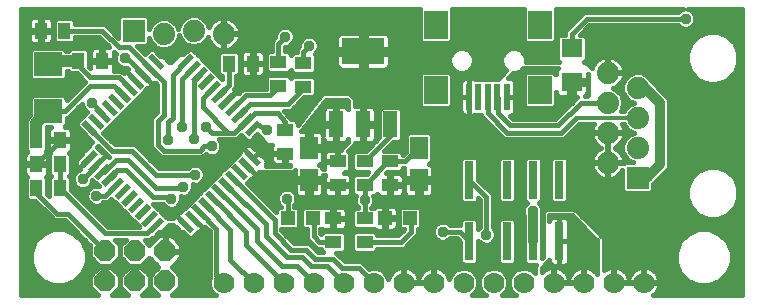
<source format=gtl>
G75*
G70*
%OFA0B0*%
%FSLAX24Y24*%
%IPPOS*%
%LPD*%
%AMOC8*
5,1,8,0,0,1.08239X$1,22.5*
%
%ADD10R,0.0551X0.0433*%
%ADD11OC8,0.0700*%
%ADD12R,0.0710X0.0630*%
%ADD13R,0.0433X0.0551*%
%ADD14R,0.0591X0.0768*%
%ADD15R,0.0472X0.0472*%
%ADD16R,0.0945X0.0787*%
%ADD17R,0.0591X0.0197*%
%ADD18R,0.0197X0.0591*%
%ADD19R,0.0787X0.0945*%
%ADD20R,0.0197X0.0909*%
%ADD21C,0.0700*%
%ADD22R,0.0315X0.1260*%
%ADD23C,0.0740*%
%ADD24R,0.0740X0.0740*%
%ADD25R,0.0480X0.0880*%
%ADD26R,0.1417X0.0866*%
%ADD27C,0.0160*%
%ADD28C,0.0376*%
%ADD29C,0.0400*%
%ADD30C,0.0140*%
%ADD31C,0.0320*%
D10*
X011282Y006506D03*
X011282Y007294D03*
X013032Y006244D03*
X013932Y006244D03*
X014782Y006244D03*
X014782Y005456D03*
X013932Y005456D03*
X013032Y005456D03*
X012882Y004344D03*
X013932Y004344D03*
X013932Y003556D03*
X012882Y003556D03*
X011882Y008736D03*
X011052Y008768D03*
X011882Y009523D03*
X011052Y009556D03*
D11*
X007282Y003250D03*
X006282Y003250D03*
X005282Y003250D03*
X005282Y002250D03*
X006282Y002250D03*
X007282Y002250D03*
D12*
X020832Y008890D03*
X020832Y010010D03*
D13*
X010199Y009506D03*
X009411Y009506D03*
X005175Y009600D03*
X004388Y009600D03*
X003925Y010600D03*
X003138Y010600D03*
X002988Y006950D03*
X003775Y006950D03*
X003775Y006150D03*
X002988Y006150D03*
X002988Y005350D03*
X003775Y005350D03*
D14*
X012082Y005609D03*
X012082Y006691D03*
X015732Y006691D03*
X015732Y005609D03*
D15*
X015445Y004350D03*
X014618Y004350D03*
X012195Y004350D03*
X011368Y004350D03*
D16*
X003382Y007913D03*
X003382Y009487D03*
D17*
G36*
X007706Y009439D02*
X008122Y009855D01*
X008260Y009717D01*
X007844Y009301D01*
X007706Y009439D01*
G37*
G36*
X007929Y009216D02*
X008345Y009632D01*
X008483Y009494D01*
X008067Y009078D01*
X007929Y009216D01*
G37*
G36*
X008151Y008994D02*
X008567Y009410D01*
X008705Y009272D01*
X008289Y008856D01*
X008151Y008994D01*
G37*
G36*
X008374Y008771D02*
X008790Y009187D01*
X008928Y009049D01*
X008512Y008633D01*
X008374Y008771D01*
G37*
G36*
X008597Y008548D02*
X009013Y008964D01*
X009151Y008826D01*
X008735Y008410D01*
X008597Y008548D01*
G37*
G36*
X008819Y008326D02*
X009235Y008742D01*
X009373Y008604D01*
X008957Y008188D01*
X008819Y008326D01*
G37*
G36*
X009042Y008103D02*
X009458Y008519D01*
X009596Y008381D01*
X009180Y007965D01*
X009042Y008103D01*
G37*
G36*
X009265Y007880D02*
X009681Y008296D01*
X009819Y008158D01*
X009403Y007742D01*
X009265Y007880D01*
G37*
G36*
X009487Y007658D02*
X009903Y008074D01*
X010041Y007936D01*
X009625Y007520D01*
X009487Y007658D01*
G37*
G36*
X009710Y007435D02*
X010126Y007851D01*
X010264Y007713D01*
X009848Y007297D01*
X009710Y007435D01*
G37*
G36*
X009933Y007212D02*
X010349Y007628D01*
X010487Y007490D01*
X010071Y007074D01*
X009933Y007212D01*
G37*
G36*
X005813Y004874D02*
X006229Y005290D01*
X006367Y005152D01*
X005951Y004736D01*
X005813Y004874D01*
G37*
G36*
X005590Y005096D02*
X006006Y005512D01*
X006144Y005374D01*
X005728Y004958D01*
X005590Y005096D01*
G37*
G36*
X005367Y005319D02*
X005783Y005735D01*
X005921Y005597D01*
X005505Y005181D01*
X005367Y005319D01*
G37*
G36*
X005145Y005542D02*
X005561Y005958D01*
X005699Y005820D01*
X005283Y005404D01*
X005145Y005542D01*
G37*
G36*
X004922Y005764D02*
X005338Y006180D01*
X005476Y006042D01*
X005060Y005626D01*
X004922Y005764D01*
G37*
G36*
X004699Y005987D02*
X005115Y006403D01*
X005253Y006265D01*
X004837Y005849D01*
X004699Y005987D01*
G37*
G36*
X004477Y006210D02*
X004893Y006626D01*
X005031Y006488D01*
X004615Y006072D01*
X004477Y006210D01*
G37*
G36*
X006035Y004651D02*
X006451Y005067D01*
X006589Y004929D01*
X006173Y004513D01*
X006035Y004651D01*
G37*
G36*
X006258Y004428D02*
X006674Y004844D01*
X006812Y004706D01*
X006396Y004290D01*
X006258Y004428D01*
G37*
G36*
X006481Y004206D02*
X006897Y004622D01*
X007035Y004484D01*
X006619Y004068D01*
X006481Y004206D01*
G37*
G36*
X006704Y003983D02*
X007120Y004399D01*
X007258Y004261D01*
X006842Y003845D01*
X006704Y003983D01*
G37*
D18*
G36*
X007706Y004261D02*
X007844Y004399D01*
X008260Y003983D01*
X008122Y003845D01*
X007706Y004261D01*
G37*
G36*
X007929Y004484D02*
X008067Y004622D01*
X008483Y004206D01*
X008345Y004068D01*
X007929Y004484D01*
G37*
G36*
X008151Y004706D02*
X008289Y004844D01*
X008705Y004428D01*
X008567Y004290D01*
X008151Y004706D01*
G37*
G36*
X008374Y004929D02*
X008512Y005067D01*
X008928Y004651D01*
X008790Y004513D01*
X008374Y004929D01*
G37*
G36*
X008597Y005152D02*
X008735Y005290D01*
X009151Y004874D01*
X009013Y004736D01*
X008597Y005152D01*
G37*
G36*
X008819Y005374D02*
X008957Y005512D01*
X009373Y005096D01*
X009235Y004958D01*
X008819Y005374D01*
G37*
G36*
X009042Y005597D02*
X009180Y005735D01*
X009596Y005319D01*
X009458Y005181D01*
X009042Y005597D01*
G37*
G36*
X009265Y005820D02*
X009403Y005958D01*
X009819Y005542D01*
X009681Y005404D01*
X009265Y005820D01*
G37*
G36*
X009487Y006042D02*
X009625Y006180D01*
X010041Y005764D01*
X009903Y005626D01*
X009487Y006042D01*
G37*
G36*
X009710Y006265D02*
X009848Y006403D01*
X010264Y005987D01*
X010126Y005849D01*
X009710Y006265D01*
G37*
G36*
X009933Y006488D02*
X010071Y006626D01*
X010487Y006210D01*
X010349Y006072D01*
X009933Y006488D01*
G37*
G36*
X005813Y008826D02*
X005951Y008964D01*
X006367Y008548D01*
X006229Y008410D01*
X005813Y008826D01*
G37*
G36*
X005590Y008604D02*
X005728Y008742D01*
X006144Y008326D01*
X006006Y008188D01*
X005590Y008604D01*
G37*
G36*
X005367Y008381D02*
X005505Y008519D01*
X005921Y008103D01*
X005783Y007965D01*
X005367Y008381D01*
G37*
G36*
X005145Y008158D02*
X005283Y008296D01*
X005699Y007880D01*
X005561Y007742D01*
X005145Y008158D01*
G37*
G36*
X004922Y007936D02*
X005060Y008074D01*
X005476Y007658D01*
X005338Y007520D01*
X004922Y007936D01*
G37*
G36*
X004699Y007713D02*
X004837Y007851D01*
X005253Y007435D01*
X005115Y007297D01*
X004699Y007713D01*
G37*
G36*
X004477Y007490D02*
X004615Y007628D01*
X005031Y007212D01*
X004893Y007074D01*
X004477Y007490D01*
G37*
G36*
X006035Y009049D02*
X006173Y009187D01*
X006589Y008771D01*
X006451Y008633D01*
X006035Y009049D01*
G37*
G36*
X006258Y009272D02*
X006396Y009410D01*
X006812Y008994D01*
X006674Y008856D01*
X006258Y009272D01*
G37*
G36*
X006481Y009494D02*
X006619Y009632D01*
X007035Y009216D01*
X006897Y009078D01*
X006481Y009494D01*
G37*
G36*
X006704Y009717D02*
X006842Y009855D01*
X007258Y009439D01*
X007120Y009301D01*
X006704Y009717D01*
G37*
D19*
X016299Y010787D03*
X019764Y010787D03*
X019764Y008622D03*
X016299Y008622D03*
D20*
X017402Y008400D03*
X017717Y008400D03*
X018032Y008400D03*
X018347Y008400D03*
X018662Y008400D03*
D21*
X018232Y002200D03*
X017232Y002200D03*
X016232Y002200D03*
X015232Y002200D03*
X014232Y002200D03*
X013232Y002200D03*
X012232Y002200D03*
X011232Y002200D03*
X010232Y002200D03*
X009232Y002200D03*
X019232Y002200D03*
X020232Y002200D03*
X021232Y002200D03*
X022232Y002200D03*
X023232Y002200D03*
D22*
X020414Y003576D03*
X019548Y003576D03*
X018682Y003576D03*
X017422Y003576D03*
X017422Y005624D03*
X018682Y005624D03*
X019548Y005624D03*
X020414Y005624D03*
D23*
X022032Y006200D03*
X023032Y006700D03*
X022032Y007200D03*
X023032Y007700D03*
X022032Y008200D03*
X023032Y008700D03*
X022032Y009200D03*
X009232Y010500D03*
X008232Y010600D03*
X007232Y010500D03*
D24*
X006232Y010600D03*
X023032Y005700D03*
D25*
X014792Y007480D03*
X013882Y007480D03*
X012972Y007480D03*
D26*
X013882Y009920D03*
D27*
X002462Y011320D02*
X002462Y001780D01*
X005059Y001780D01*
X004792Y002047D01*
X004792Y002453D01*
X005079Y002740D01*
X005485Y002740D01*
X005772Y002453D01*
X005772Y002047D01*
X005505Y001780D01*
X006059Y001780D01*
X005792Y002047D01*
X005792Y002453D01*
X006079Y002740D01*
X006485Y002740D01*
X006772Y002453D01*
X006772Y002047D01*
X006505Y001780D01*
X007059Y001780D01*
X006792Y002047D01*
X006792Y002453D01*
X007060Y002722D01*
X006753Y003029D01*
X006485Y002760D01*
X006079Y002760D01*
X005792Y003047D01*
X005792Y003453D01*
X005969Y003630D01*
X005595Y003630D01*
X005772Y003453D01*
X005772Y003047D01*
X005485Y002760D01*
X005079Y002760D01*
X004792Y003047D01*
X004792Y003429D01*
X003941Y004280D01*
X003591Y004280D01*
X003462Y004409D01*
X002936Y004934D01*
X002713Y004934D01*
X002631Y005016D01*
X002631Y005684D01*
X002672Y005724D01*
X002661Y005730D01*
X002627Y005764D01*
X002604Y005805D01*
X002591Y005851D01*
X002591Y006122D01*
X002960Y006122D01*
X002960Y006178D01*
X002591Y006178D01*
X002591Y006449D01*
X002604Y006495D01*
X002627Y006536D01*
X002661Y006570D01*
X002672Y006576D01*
X002631Y006616D01*
X002631Y007284D01*
X002648Y007300D01*
X002648Y007587D01*
X002700Y007711D01*
X002769Y007781D01*
X002769Y008364D01*
X002851Y008446D01*
X003912Y008446D01*
X003994Y008364D01*
X003994Y008274D01*
X004621Y008900D01*
X004336Y009184D01*
X004113Y009184D01*
X004038Y009260D01*
X003994Y009260D01*
X003994Y009036D01*
X003912Y008954D01*
X002851Y008954D01*
X002769Y009036D01*
X002769Y009939D01*
X002851Y010021D01*
X003912Y010021D01*
X003993Y009940D01*
X004038Y009940D01*
X004113Y010016D01*
X004663Y010016D01*
X004745Y009934D01*
X004745Y009398D01*
X004779Y009364D01*
X004779Y009572D01*
X005147Y009572D01*
X005147Y009628D01*
X004779Y009628D01*
X004779Y009899D01*
X004791Y009945D01*
X004815Y009986D01*
X004848Y010020D01*
X004889Y010043D01*
X004935Y010056D01*
X005147Y010056D01*
X005147Y009628D01*
X005204Y009628D01*
X005572Y009628D01*
X005572Y009899D01*
X005633Y009837D01*
X005604Y009765D01*
X005604Y009635D01*
X005654Y009514D01*
X005746Y009422D01*
X005866Y009372D01*
X005997Y009372D01*
X005998Y009372D01*
X006050Y009320D01*
X005976Y009246D01*
X005909Y009179D01*
X005818Y009270D01*
X005564Y009270D01*
X005572Y009301D01*
X005572Y009572D01*
X005204Y009572D01*
X005204Y009628D01*
X005204Y010056D01*
X005415Y010056D01*
X005091Y010380D01*
X004282Y010380D01*
X004282Y010266D01*
X004200Y010184D01*
X003651Y010184D01*
X003569Y010266D01*
X003569Y010934D01*
X003651Y011016D01*
X004200Y011016D01*
X004282Y010934D01*
X004282Y010820D01*
X005273Y010820D01*
X005402Y010691D01*
X005722Y010371D01*
X005722Y011028D01*
X005804Y011110D01*
X006660Y011110D01*
X006742Y011028D01*
X006742Y010650D01*
X006799Y010789D01*
X006943Y010932D01*
X007130Y011010D01*
X007333Y011010D01*
X007521Y010932D01*
X007664Y010789D01*
X007722Y010650D01*
X007722Y010701D01*
X007799Y010889D01*
X007943Y011032D01*
X008130Y011110D01*
X008333Y011110D01*
X008521Y011032D01*
X008664Y010889D01*
X008731Y010728D01*
X008761Y010788D01*
X008812Y010858D01*
X008873Y010920D01*
X008943Y010970D01*
X009021Y011010D01*
X009103Y011036D01*
X009188Y011050D01*
X009212Y011050D01*
X009212Y010520D01*
X009252Y010520D01*
X009782Y010520D01*
X009782Y010543D01*
X009768Y010629D01*
X009741Y010711D01*
X009702Y010788D01*
X009651Y010858D01*
X009590Y010920D01*
X009520Y010970D01*
X009443Y011010D01*
X009361Y011036D01*
X009275Y011050D01*
X009252Y011050D01*
X009252Y010520D01*
X009252Y010480D01*
X009782Y010480D01*
X009782Y010457D01*
X009768Y010371D01*
X009741Y010289D01*
X009702Y010212D01*
X009651Y010142D01*
X009590Y010080D01*
X009520Y010030D01*
X009443Y009990D01*
X009361Y009964D01*
X009275Y009950D01*
X009252Y009950D01*
X009252Y010480D01*
X009212Y010480D01*
X009212Y009950D01*
X009188Y009950D01*
X009103Y009964D01*
X009021Y009990D01*
X008943Y010030D01*
X008873Y010080D01*
X008812Y010142D01*
X008761Y010212D01*
X008722Y010289D01*
X008695Y010371D01*
X008694Y010382D01*
X008664Y010311D01*
X008521Y010168D01*
X008333Y010090D01*
X008130Y010090D01*
X007943Y010168D01*
X007799Y010311D01*
X007742Y010450D01*
X007742Y010399D01*
X007664Y010211D01*
X007521Y010068D01*
X007333Y009990D01*
X007130Y009990D01*
X006943Y010068D01*
X006799Y010211D01*
X006742Y010350D01*
X006742Y010172D01*
X006660Y010090D01*
X006353Y010090D01*
X006615Y009828D01*
X006783Y009997D01*
X006899Y009997D01*
X007126Y009770D01*
X007223Y009770D01*
X007352Y009641D01*
X007352Y009641D01*
X007423Y009570D01*
X007491Y009570D01*
X007741Y009820D01*
X007887Y009820D01*
X008064Y009997D01*
X008180Y009997D01*
X008401Y009775D01*
X008401Y009774D01*
X008403Y009774D01*
X008624Y009553D01*
X008624Y009551D01*
X008625Y009551D01*
X008847Y009330D01*
X008847Y009328D01*
X008848Y009328D01*
X009069Y009107D01*
X009069Y009106D01*
X009071Y009106D01*
X009191Y008985D01*
X009191Y009090D01*
X009137Y009090D01*
X009055Y009172D01*
X009055Y009840D01*
X009137Y009922D01*
X009686Y009922D01*
X009768Y009840D01*
X009768Y009172D01*
X009686Y009090D01*
X009631Y009090D01*
X009631Y008688D01*
X009588Y008645D01*
X009655Y008578D01*
X009435Y008358D01*
X009435Y008358D01*
X009655Y008578D01*
X009722Y008511D01*
X009753Y008541D01*
X009881Y008670D01*
X010637Y008670D01*
X010637Y009043D01*
X010719Y009125D01*
X011386Y009125D01*
X011468Y009043D01*
X011468Y009012D01*
X011548Y009092D01*
X012215Y009092D01*
X012297Y009010D01*
X012297Y008461D01*
X012215Y008379D01*
X011922Y008379D01*
X011473Y007930D01*
X011252Y007930D01*
X011252Y007930D01*
X011444Y007699D01*
X011493Y007650D01*
X011615Y007650D01*
X011697Y007568D01*
X011697Y007451D01*
X012412Y008375D01*
X012412Y008391D01*
X012466Y008446D01*
X012513Y008507D01*
X012529Y008509D01*
X012541Y008520D01*
X012618Y008520D01*
X012694Y008530D01*
X012707Y008520D01*
X013423Y008520D01*
X013552Y008391D01*
X013602Y008341D01*
X013602Y008096D01*
X013618Y008100D01*
X013842Y008100D01*
X013842Y007520D01*
X013922Y007520D01*
X014302Y007520D01*
X014302Y007944D01*
X014289Y007989D01*
X014266Y008031D01*
X014232Y008064D01*
X014191Y008088D01*
X014145Y008100D01*
X013922Y008100D01*
X013922Y007520D01*
X013922Y007440D01*
X014302Y007440D01*
X014302Y007016D01*
X014289Y006971D01*
X014266Y006929D01*
X014232Y006896D01*
X014191Y006872D01*
X014145Y006860D01*
X013922Y006860D01*
X013922Y007440D01*
X013842Y007440D01*
X013842Y006860D01*
X013618Y006860D01*
X013602Y006864D01*
X013602Y006809D01*
X013473Y006680D01*
X013379Y006586D01*
X013447Y006518D01*
X013447Y005969D01*
X013365Y005887D01*
X013280Y005887D01*
X013246Y005853D01*
X013331Y005853D01*
X013377Y005841D01*
X013418Y005817D01*
X013451Y005783D01*
X013475Y005742D01*
X013487Y005697D01*
X013487Y005485D01*
X013060Y005485D01*
X013060Y005428D01*
X013060Y005060D01*
X013331Y005060D01*
X013377Y005072D01*
X013418Y005096D01*
X013451Y005129D01*
X013475Y005170D01*
X013487Y005216D01*
X013487Y005428D01*
X013060Y005428D01*
X013003Y005428D01*
X012576Y005428D01*
X012576Y005216D01*
X012588Y005170D01*
X012612Y005129D01*
X012646Y005096D01*
X012687Y005072D01*
X012732Y005060D01*
X013003Y005060D01*
X013003Y005428D01*
X013003Y005485D01*
X012576Y005485D01*
X012576Y005697D01*
X012588Y005742D01*
X012609Y005778D01*
X012603Y005773D01*
X012557Y005777D01*
X012557Y005676D01*
X012149Y005676D01*
X012149Y005541D01*
X012149Y005045D01*
X012401Y005045D01*
X012446Y005057D01*
X012488Y005081D01*
X012521Y005114D01*
X012545Y005155D01*
X012557Y005201D01*
X012557Y005541D01*
X012149Y005541D01*
X012014Y005541D01*
X011606Y005541D01*
X011606Y005201D01*
X011612Y005181D01*
X011610Y005186D01*
X011518Y005278D01*
X011397Y005328D01*
X011266Y005328D01*
X011146Y005278D01*
X011054Y005186D01*
X011004Y005065D01*
X011004Y004935D01*
X011054Y004814D01*
X011141Y004726D01*
X011074Y004726D01*
X010992Y004644D01*
X010992Y004551D01*
X010010Y005533D01*
X010144Y005668D01*
X010150Y005668D01*
X010196Y005680D01*
X010237Y005704D01*
X010323Y005790D01*
X010081Y006033D01*
X010323Y005790D01*
X010410Y005876D01*
X010412Y005880D01*
X011405Y005880D01*
X011467Y005864D01*
X011493Y005880D01*
X011523Y005880D01*
X011568Y005925D01*
X011606Y005948D01*
X011606Y005676D01*
X012014Y005676D01*
X012014Y005541D01*
X012014Y005045D01*
X011763Y005045D01*
X011717Y005057D01*
X011676Y005081D01*
X011642Y005114D01*
X011632Y005132D01*
X011660Y005065D01*
X011660Y004935D01*
X011610Y004814D01*
X011588Y004793D01*
X011588Y004726D01*
X011663Y004726D01*
X011745Y004644D01*
X011745Y004056D01*
X011663Y003974D01*
X011152Y003974D01*
X011152Y003941D01*
X011573Y003520D01*
X012073Y003520D01*
X012373Y003220D01*
X012528Y003220D01*
X012466Y003282D01*
X012466Y003336D01*
X012334Y003336D01*
X012141Y003530D01*
X012012Y003659D01*
X012012Y003974D01*
X011901Y003974D01*
X011819Y004056D01*
X011819Y004644D01*
X011901Y004726D01*
X012489Y004726D01*
X012506Y004710D01*
X012537Y004728D01*
X012582Y004740D01*
X012853Y004740D01*
X012853Y004372D01*
X012910Y004372D01*
X012910Y004740D01*
X013181Y004740D01*
X013227Y004728D01*
X013268Y004704D01*
X013301Y004671D01*
X013325Y004630D01*
X013337Y004584D01*
X013337Y004372D01*
X012910Y004372D01*
X012910Y004315D01*
X012910Y003947D01*
X013181Y003947D01*
X013227Y003959D01*
X013268Y003983D01*
X013301Y004017D01*
X013325Y004058D01*
X013337Y004103D01*
X013337Y004315D01*
X012910Y004315D01*
X012853Y004315D01*
X012853Y003947D01*
X012582Y003947D01*
X012537Y003959D01*
X012498Y003982D01*
X012489Y003974D01*
X012452Y003974D01*
X012452Y003841D01*
X012466Y003827D01*
X012466Y003831D01*
X012548Y003913D01*
X013215Y003913D01*
X013297Y003831D01*
X013297Y003282D01*
X013215Y003200D01*
X012993Y003200D01*
X013273Y002920D01*
X013823Y002920D01*
X014077Y002666D01*
X014134Y002690D01*
X014329Y002690D01*
X014509Y002615D01*
X014647Y002478D01*
X014714Y002317D01*
X014715Y002324D01*
X014741Y002403D01*
X014778Y002478D01*
X014827Y002545D01*
X014886Y002604D01*
X014954Y002653D01*
X015028Y002691D01*
X015108Y002717D01*
X015190Y002730D01*
X015212Y002730D01*
X015212Y002220D01*
X015252Y002220D01*
X015762Y002220D01*
X016212Y002220D01*
X016212Y002730D01*
X016190Y002730D01*
X016108Y002717D01*
X016028Y002691D01*
X015954Y002653D01*
X015886Y002604D01*
X015827Y002545D01*
X015778Y002478D01*
X015741Y002403D01*
X015732Y002376D01*
X015723Y002403D01*
X015685Y002478D01*
X015636Y002545D01*
X015577Y002604D01*
X015509Y002653D01*
X015435Y002691D01*
X015356Y002717D01*
X015273Y002730D01*
X015252Y002730D01*
X015252Y002220D01*
X015252Y002180D01*
X016212Y002180D01*
X016212Y002220D01*
X016252Y002220D01*
X016252Y002730D01*
X016273Y002730D01*
X016356Y002717D01*
X016435Y002691D01*
X016509Y002653D01*
X016577Y002604D01*
X016636Y002545D01*
X016685Y002478D01*
X016723Y002403D01*
X016749Y002324D01*
X016750Y002317D01*
X016816Y002478D01*
X016954Y002615D01*
X017134Y002690D01*
X017329Y002690D01*
X017509Y002615D01*
X017647Y002478D01*
X017722Y002297D01*
X017722Y002103D01*
X017647Y001922D01*
X017509Y001785D01*
X017498Y001780D01*
X017965Y001780D01*
X017954Y001785D01*
X017816Y001922D01*
X017742Y002103D01*
X017742Y002297D01*
X017816Y002478D01*
X017954Y002615D01*
X018134Y002690D01*
X018329Y002690D01*
X018509Y002615D01*
X018647Y002478D01*
X018722Y002297D01*
X018722Y002103D01*
X018647Y001922D01*
X018509Y001785D01*
X018498Y001780D01*
X018965Y001780D01*
X018954Y001785D01*
X018816Y001922D01*
X018742Y002103D01*
X018742Y002297D01*
X018816Y002478D01*
X018954Y002615D01*
X019134Y002690D01*
X019329Y002690D01*
X019509Y002615D01*
X019612Y002513D01*
X019612Y002791D01*
X019627Y002806D01*
X019332Y002806D01*
X019250Y002888D01*
X019250Y003511D01*
X019248Y003517D01*
X019248Y004428D01*
X019204Y004535D01*
X019204Y004665D01*
X019254Y004786D01*
X019327Y004859D01*
X019250Y004936D01*
X019250Y006312D01*
X019332Y006394D01*
X019763Y006394D01*
X019845Y006312D01*
X019845Y004936D01*
X019763Y004854D01*
X019742Y004854D01*
X019810Y004786D01*
X019860Y004665D01*
X019860Y004535D01*
X019848Y004506D01*
X019848Y003517D01*
X019845Y003511D01*
X019845Y003025D01*
X019862Y003041D01*
X019862Y004541D01*
X019991Y004670D01*
X020923Y004670D01*
X021052Y004541D01*
X021902Y003691D01*
X021902Y002615D01*
X021954Y002653D01*
X022028Y002691D01*
X022108Y002717D01*
X022190Y002730D01*
X022212Y002730D01*
X022212Y002220D01*
X022252Y002220D01*
X022762Y002220D01*
X023212Y002220D01*
X023212Y002730D01*
X023190Y002730D01*
X023108Y002717D01*
X023028Y002691D01*
X022954Y002653D01*
X022886Y002604D01*
X022827Y002545D01*
X022778Y002478D01*
X022741Y002403D01*
X022732Y002376D01*
X022723Y002403D01*
X022685Y002478D01*
X022636Y002545D01*
X022577Y002604D01*
X022509Y002653D01*
X022435Y002691D01*
X022356Y002717D01*
X022273Y002730D01*
X022252Y002730D01*
X022252Y002220D01*
X022252Y002180D01*
X023212Y002180D01*
X023212Y002220D01*
X023252Y002220D01*
X023762Y002220D01*
X023762Y002242D01*
X023749Y002324D01*
X023723Y002403D01*
X023685Y002478D01*
X023636Y002545D01*
X023577Y002604D01*
X023509Y002653D01*
X023435Y002691D01*
X023356Y002717D01*
X023273Y002730D01*
X023252Y002730D01*
X023252Y002220D01*
X023252Y002180D01*
X023762Y002180D01*
X023762Y002158D01*
X023749Y002076D01*
X023723Y001997D01*
X023685Y001922D01*
X023636Y001855D01*
X023577Y001796D01*
X023555Y001780D01*
X026502Y001780D01*
X026502Y011320D01*
X024717Y011320D01*
X024818Y011278D01*
X024910Y011186D01*
X024960Y011065D01*
X024960Y010935D01*
X024910Y010814D01*
X024818Y010722D01*
X024697Y010672D01*
X024566Y010672D01*
X024446Y010722D01*
X024388Y010780D01*
X021423Y010780D01*
X021108Y010465D01*
X021245Y010465D01*
X021327Y010383D01*
X021327Y009637D01*
X021260Y009570D01*
X021273Y009570D01*
X021402Y009441D01*
X021500Y009343D01*
X021522Y009411D01*
X021561Y009488D01*
X021612Y009558D01*
X021673Y009620D01*
X021743Y009670D01*
X021821Y009710D01*
X021903Y009736D01*
X021988Y009750D01*
X022013Y009750D01*
X022013Y009218D01*
X022050Y009218D01*
X022582Y009218D01*
X022582Y009243D01*
X022568Y009329D01*
X022541Y009411D01*
X022502Y009488D01*
X022451Y009558D01*
X022390Y009620D01*
X022320Y009670D01*
X022243Y009710D01*
X022161Y009736D01*
X022075Y009750D01*
X022050Y009750D01*
X022050Y009218D01*
X022050Y009182D01*
X022582Y009182D01*
X022582Y009157D01*
X022568Y009071D01*
X022541Y008989D01*
X022502Y008912D01*
X022451Y008842D01*
X022390Y008780D01*
X022320Y008730D01*
X022243Y008690D01*
X022208Y008679D01*
X022321Y008632D01*
X022464Y008489D01*
X022542Y008301D01*
X022542Y008099D01*
X022464Y007911D01*
X022463Y007910D01*
X022567Y007910D01*
X022599Y007989D01*
X022743Y008132D01*
X022906Y008200D01*
X022743Y008268D01*
X022599Y008411D01*
X022522Y008599D01*
X022522Y008801D01*
X022599Y008989D01*
X022743Y009132D01*
X022930Y009210D01*
X023133Y009210D01*
X023321Y009132D01*
X023464Y008989D01*
X023497Y008909D01*
X023952Y008454D01*
X024036Y008370D01*
X024082Y008260D01*
X024082Y006090D01*
X024036Y005980D01*
X023586Y005530D01*
X023542Y005486D01*
X023542Y005272D01*
X023460Y005190D01*
X022604Y005190D01*
X022522Y005272D01*
X022522Y005950D01*
X022502Y005912D01*
X022451Y005842D01*
X022390Y005780D01*
X022320Y005730D01*
X022243Y005690D01*
X022161Y005664D01*
X022075Y005650D01*
X022050Y005650D01*
X022050Y006182D01*
X022050Y006218D01*
X022582Y006218D01*
X022582Y006243D01*
X022568Y006329D01*
X022541Y006411D01*
X022502Y006488D01*
X022451Y006558D01*
X022390Y006620D01*
X022320Y006670D01*
X022262Y006700D01*
X022320Y006730D01*
X022390Y006780D01*
X022451Y006842D01*
X022502Y006912D01*
X022541Y006989D01*
X022568Y007071D01*
X022582Y007157D01*
X022582Y007182D01*
X022050Y007182D01*
X022050Y007218D01*
X022582Y007218D01*
X022582Y007243D01*
X022568Y007329D01*
X022541Y007411D01*
X022502Y007488D01*
X022501Y007490D01*
X022567Y007490D01*
X022599Y007411D01*
X022743Y007268D01*
X022906Y007200D01*
X022743Y007132D01*
X022599Y006989D01*
X022522Y006801D01*
X022522Y006599D01*
X022599Y006411D01*
X022743Y006268D01*
X022882Y006210D01*
X022604Y006210D01*
X022575Y006182D01*
X022050Y006182D01*
X022013Y006182D01*
X021482Y006182D01*
X021482Y006157D01*
X021495Y006071D01*
X021522Y005989D01*
X021561Y005912D01*
X021612Y005842D01*
X021673Y005780D01*
X021743Y005730D01*
X021821Y005690D01*
X021903Y005664D01*
X021988Y005650D01*
X022013Y005650D01*
X022013Y006182D01*
X022013Y006218D01*
X021482Y006218D01*
X021482Y006243D01*
X021495Y006329D01*
X021522Y006411D01*
X021561Y006488D01*
X021612Y006558D01*
X021673Y006620D01*
X021743Y006670D01*
X021802Y006700D01*
X021743Y006730D01*
X021673Y006780D01*
X021612Y006842D01*
X021561Y006912D01*
X021522Y006989D01*
X021495Y007071D01*
X021482Y007157D01*
X021482Y007182D01*
X022013Y007182D01*
X022013Y007218D01*
X021482Y007218D01*
X021482Y007243D01*
X021495Y007329D01*
X021522Y007411D01*
X021561Y007488D01*
X021563Y007490D01*
X021083Y007490D01*
X020702Y007109D01*
X020573Y006980D01*
X018591Y006980D01*
X017941Y007630D01*
X017812Y007759D01*
X017812Y007806D01*
X017615Y007806D01*
X017611Y007802D01*
X017570Y007778D01*
X017524Y007766D01*
X017402Y007766D01*
X017402Y008400D01*
X017402Y008400D01*
X017402Y008400D01*
X017402Y009034D01*
X017524Y009034D01*
X017570Y009022D01*
X017611Y008998D01*
X017615Y008994D01*
X017873Y008994D01*
X017874Y008993D01*
X017875Y008994D01*
X018188Y008994D01*
X018189Y008993D01*
X018190Y008994D01*
X018365Y008994D01*
X018649Y009279D01*
X018553Y009376D01*
X018491Y009525D01*
X018491Y009687D01*
X018553Y009837D01*
X018667Y009951D01*
X018817Y010013D01*
X018979Y010013D01*
X019128Y009951D01*
X019243Y009837D01*
X019305Y009687D01*
X019305Y009570D01*
X020404Y009570D01*
X020337Y009637D01*
X020337Y010383D01*
X020419Y010465D01*
X020612Y010465D01*
X020612Y010591D01*
X021241Y011220D01*
X024388Y011220D01*
X024446Y011278D01*
X024547Y011320D01*
X020296Y011320D01*
X020298Y011318D01*
X020298Y010257D01*
X020216Y010175D01*
X019312Y010175D01*
X019230Y010257D01*
X019230Y011318D01*
X019232Y011320D01*
X016831Y011320D01*
X016833Y011318D01*
X016833Y010257D01*
X016751Y010175D01*
X015848Y010175D01*
X015766Y010257D01*
X015766Y011318D01*
X015768Y011320D01*
X002462Y011320D01*
X002462Y011219D02*
X015766Y011219D01*
X015766Y011060D02*
X008454Y011060D01*
X008651Y010902D02*
X008855Y010902D01*
X008738Y010743D02*
X008724Y010743D01*
X009212Y010743D02*
X009252Y010743D01*
X009252Y010585D02*
X009212Y010585D01*
X009212Y010426D02*
X009252Y010426D01*
X009252Y010268D02*
X009212Y010268D01*
X009212Y010109D02*
X009252Y010109D01*
X009252Y009951D02*
X009212Y009951D01*
X009185Y009951D02*
X008226Y009951D01*
X008018Y009951D02*
X006945Y009951D01*
X006901Y010109D02*
X006679Y010109D01*
X006737Y009951D02*
X006492Y009951D01*
X006082Y010050D02*
X005732Y010050D01*
X005182Y010600D01*
X003925Y010600D01*
X003569Y010585D02*
X003166Y010585D01*
X003166Y010572D02*
X003166Y010628D01*
X003110Y010628D01*
X003110Y010572D01*
X003166Y010572D01*
X003166Y010144D01*
X003378Y010144D01*
X003424Y010157D01*
X003465Y010180D01*
X003499Y010214D01*
X003522Y010255D01*
X003535Y010301D01*
X003535Y010572D01*
X003166Y010572D01*
X003110Y010572D02*
X003110Y010144D01*
X002898Y010144D01*
X002852Y010157D01*
X002811Y010180D01*
X002777Y010214D01*
X002754Y010255D01*
X002741Y010301D01*
X002741Y010572D01*
X003110Y010572D01*
X003110Y010585D02*
X002462Y010585D01*
X002462Y010743D02*
X002741Y010743D01*
X002741Y010628D02*
X003110Y010628D01*
X003110Y011056D01*
X002898Y011056D01*
X002852Y011043D01*
X002811Y011020D01*
X002777Y010986D01*
X002754Y010945D01*
X002741Y010899D01*
X002741Y010628D01*
X002741Y010426D02*
X002462Y010426D01*
X002462Y010268D02*
X002750Y010268D01*
X002462Y010109D02*
X005362Y010109D01*
X005204Y009951D02*
X005147Y009951D01*
X005147Y009792D02*
X005204Y009792D01*
X005204Y009634D02*
X005147Y009634D01*
X005572Y009634D02*
X005604Y009634D01*
X005615Y009792D02*
X005572Y009792D01*
X005932Y009700D02*
X006032Y009650D01*
X006535Y009147D01*
X006535Y009133D01*
X006575Y009093D02*
X006871Y008797D01*
X006938Y008864D01*
X007012Y008791D01*
X007012Y007891D01*
X006941Y007820D01*
X006812Y007691D01*
X006812Y006709D01*
X007012Y006509D01*
X007141Y006380D01*
X008523Y006380D01*
X008630Y006487D01*
X008646Y006472D01*
X008766Y006422D01*
X008897Y006422D01*
X009018Y006472D01*
X009110Y006564D01*
X009160Y006685D01*
X009160Y006815D01*
X009110Y006936D01*
X009066Y006980D01*
X009673Y006980D01*
X009802Y007109D01*
X009819Y007126D01*
X010013Y006933D01*
X010129Y006933D01*
X010339Y007143D01*
X010682Y006800D01*
X010843Y006800D01*
X010838Y006792D01*
X010826Y006747D01*
X010826Y006535D01*
X011253Y006535D01*
X011253Y006478D01*
X010826Y006478D01*
X010826Y006266D01*
X010838Y006220D01*
X010862Y006179D01*
X010896Y006146D01*
X010937Y006122D01*
X010982Y006110D01*
X011253Y006110D01*
X011253Y006478D01*
X011310Y006478D01*
X011310Y006110D01*
X011434Y006110D01*
X011432Y006100D01*
X010633Y006100D01*
X010656Y006140D01*
X010668Y006186D01*
X010668Y006233D01*
X010656Y006279D01*
X010632Y006320D01*
X010407Y006546D01*
X010181Y006771D01*
X010140Y006795D01*
X010094Y006807D01*
X010047Y006807D01*
X010001Y006795D01*
X009960Y006771D01*
X009874Y006685D01*
X010210Y006349D01*
X010407Y006546D01*
X010210Y006349D01*
X010210Y006349D01*
X010210Y006349D01*
X009874Y006685D01*
X009787Y006599D01*
X009764Y006558D01*
X009752Y006512D01*
X009752Y006506D01*
X009569Y006323D01*
X009569Y006322D01*
X009567Y006322D01*
X009346Y006101D01*
X009346Y006099D01*
X009345Y006099D01*
X009123Y005878D01*
X009123Y005876D01*
X009122Y005876D01*
X008901Y005655D01*
X008901Y005654D01*
X008899Y005654D01*
X008678Y005433D01*
X008678Y005431D01*
X008676Y005431D01*
X008455Y005210D01*
X008455Y005208D01*
X008454Y005208D01*
X008233Y004987D01*
X008233Y004986D01*
X008231Y004986D01*
X008010Y004764D01*
X008010Y004763D01*
X008008Y004763D01*
X007826Y004580D01*
X007820Y004580D01*
X007774Y004568D01*
X007733Y004544D01*
X007647Y004458D01*
X007967Y004137D01*
X007647Y004458D01*
X007560Y004372D01*
X007548Y004350D01*
X007368Y004350D01*
X007178Y004540D01*
X007176Y004540D01*
X007176Y004542D01*
X006955Y004763D01*
X006954Y004763D01*
X006954Y004764D01*
X006888Y004830D01*
X007197Y004830D01*
X007204Y004814D01*
X007296Y004722D01*
X007416Y004672D01*
X007547Y004672D01*
X007668Y004722D01*
X007760Y004814D01*
X007810Y004935D01*
X007810Y005065D01*
X007805Y005077D01*
X007816Y005072D01*
X007947Y005072D01*
X008068Y005122D01*
X008160Y005214D01*
X008210Y005335D01*
X008210Y005465D01*
X008205Y005477D01*
X008216Y005472D01*
X008347Y005472D01*
X008468Y005522D01*
X008560Y005614D01*
X008610Y005735D01*
X008610Y005865D01*
X008560Y005986D01*
X008468Y006078D01*
X008347Y006128D01*
X008216Y006128D01*
X008096Y006078D01*
X008038Y006020D01*
X007073Y006020D01*
X006402Y006691D01*
X006273Y006820D01*
X005596Y006820D01*
X005217Y007199D01*
X005395Y007377D01*
X005395Y007378D01*
X005396Y007378D01*
X005617Y007599D01*
X005617Y007601D01*
X005619Y007601D01*
X005840Y007822D01*
X005840Y007824D01*
X005842Y007824D01*
X006063Y008045D01*
X006063Y008046D01*
X006064Y008046D01*
X006285Y008267D01*
X006285Y008269D01*
X006287Y008269D01*
X006508Y008490D01*
X006508Y008492D01*
X006510Y008492D01*
X006692Y008674D01*
X006698Y008674D01*
X006744Y008687D01*
X006785Y008710D01*
X006871Y008797D01*
X006575Y009093D01*
X006575Y009093D01*
X006668Y009000D02*
X006668Y009000D01*
X006827Y008841D02*
X006827Y008841D01*
X006916Y008841D02*
X006961Y008841D01*
X007012Y008683D02*
X006728Y008683D01*
X006542Y008524D02*
X007012Y008524D01*
X007012Y008366D02*
X006383Y008366D01*
X006225Y008207D02*
X007012Y008207D01*
X007012Y008049D02*
X006066Y008049D01*
X005908Y007890D02*
X007011Y007890D01*
X006852Y007732D02*
X005749Y007732D01*
X005591Y007573D02*
X006812Y007573D01*
X006812Y007415D02*
X005432Y007415D01*
X005274Y007256D02*
X006812Y007256D01*
X006812Y007098D02*
X005318Y007098D01*
X005477Y006939D02*
X006812Y006939D01*
X006812Y006781D02*
X006312Y006781D01*
X006182Y006600D02*
X005505Y006600D01*
X004754Y007351D01*
X004612Y007156D02*
X004335Y007432D01*
X004335Y007548D01*
X004556Y007769D01*
X004558Y007769D01*
X004558Y007771D01*
X004690Y007903D01*
X004646Y007922D01*
X004554Y008014D01*
X004504Y008135D01*
X004504Y008161D01*
X004164Y007821D01*
X004035Y007693D01*
X003994Y007693D01*
X003994Y007461D01*
X003939Y007406D01*
X004016Y007406D01*
X004061Y007393D01*
X004102Y007370D01*
X004136Y007336D01*
X004160Y007295D01*
X004172Y007249D01*
X004172Y006978D01*
X003804Y006978D01*
X003804Y006922D01*
X004172Y006922D01*
X004172Y006651D01*
X004160Y006605D01*
X004136Y006564D01*
X004102Y006530D01*
X004091Y006524D01*
X004132Y006484D01*
X004132Y005816D01*
X004066Y005750D01*
X004132Y005684D01*
X004132Y005305D01*
X005367Y004070D01*
X006417Y004070D01*
X006340Y004147D01*
X006340Y004149D01*
X006338Y004149D01*
X006117Y004370D01*
X006117Y004372D01*
X006115Y004372D01*
X005894Y004593D01*
X005894Y004594D01*
X005893Y004594D01*
X005671Y004815D01*
X005671Y004817D01*
X005670Y004817D01*
X005492Y004995D01*
X005377Y004880D01*
X005226Y004880D01*
X005168Y004822D01*
X005047Y004772D01*
X004916Y004772D01*
X004796Y004822D01*
X004704Y004914D01*
X004654Y005035D01*
X004654Y005165D01*
X004704Y005286D01*
X004796Y005378D01*
X004916Y005428D01*
X005047Y005428D01*
X005067Y005420D01*
X005003Y005484D01*
X005003Y005485D01*
X005002Y005485D01*
X004860Y005627D01*
X004860Y005585D01*
X004810Y005464D01*
X004718Y005372D01*
X004597Y005322D01*
X004466Y005322D01*
X004346Y005372D01*
X004254Y005464D01*
X004204Y005585D01*
X004204Y005715D01*
X004254Y005836D01*
X004346Y005928D01*
X004456Y005974D01*
X004417Y006013D01*
X004638Y006233D01*
X004417Y006013D01*
X004331Y006099D01*
X004307Y006140D01*
X004295Y006186D01*
X004295Y006233D01*
X004307Y006279D01*
X004331Y006320D01*
X004512Y006501D01*
X004512Y006541D01*
X004641Y006670D01*
X004846Y006875D01*
X004612Y007109D01*
X004612Y007156D01*
X004623Y007098D02*
X004172Y007098D01*
X004170Y007256D02*
X004511Y007256D01*
X004353Y007415D02*
X003948Y007415D01*
X003994Y007573D02*
X004360Y007573D01*
X004518Y007732D02*
X004074Y007732D01*
X003944Y007913D02*
X003382Y007913D01*
X003944Y007913D02*
X004782Y008750D01*
X005582Y008750D01*
X005867Y008465D01*
X006090Y008687D02*
X005727Y009050D01*
X004782Y009050D01*
X004388Y009444D01*
X004388Y009600D01*
X004745Y009634D02*
X004779Y009634D01*
X004779Y009792D02*
X004745Y009792D01*
X004728Y009951D02*
X004794Y009951D01*
X005203Y010268D02*
X004282Y010268D01*
X004048Y009951D02*
X003983Y009951D01*
X003569Y010268D02*
X003526Y010268D01*
X003535Y010426D02*
X003569Y010426D01*
X003535Y010628D02*
X003166Y010628D01*
X003166Y011056D01*
X003378Y011056D01*
X003424Y011043D01*
X003465Y011020D01*
X003499Y010986D01*
X003522Y010945D01*
X003535Y010899D01*
X003535Y010628D01*
X003535Y010743D02*
X003569Y010743D01*
X003569Y010902D02*
X003534Y010902D01*
X003166Y010902D02*
X003110Y010902D01*
X003110Y010743D02*
X003166Y010743D01*
X002742Y010902D02*
X002462Y010902D01*
X002462Y011060D02*
X005754Y011060D01*
X005722Y010902D02*
X004282Y010902D01*
X005350Y010743D02*
X005722Y010743D01*
X005722Y010585D02*
X005508Y010585D01*
X005667Y010426D02*
X005722Y010426D01*
X006082Y010050D02*
X006758Y009374D01*
X006758Y009355D01*
X007232Y008882D01*
X007232Y007800D01*
X007032Y007600D01*
X007032Y006800D01*
X007232Y006600D01*
X008432Y006600D01*
X008582Y006750D01*
X008832Y006750D01*
X009134Y006622D02*
X009811Y006622D01*
X009937Y006622D02*
X009937Y006622D01*
X009976Y006781D02*
X009160Y006781D01*
X009107Y006939D02*
X010006Y006939D01*
X010135Y006939D02*
X010543Y006939D01*
X010384Y007098D02*
X010294Y007098D01*
X010210Y007351D02*
X010359Y007500D01*
X010682Y007300D01*
X011282Y007294D02*
X011282Y007550D01*
X011032Y007850D01*
X010282Y007850D01*
X010006Y007574D01*
X009987Y007574D01*
X009956Y007574D01*
X009582Y007200D01*
X009382Y007200D01*
X008832Y007200D01*
X008632Y007400D01*
X007832Y007400D02*
X007832Y008982D01*
X008206Y009355D01*
X008428Y009133D02*
X008232Y008936D01*
X008232Y007000D01*
X008606Y006464D02*
X008666Y006464D01*
X008997Y006464D02*
X009709Y006464D01*
X009550Y006305D02*
X006788Y006305D01*
X006946Y006147D02*
X009392Y006147D01*
X009233Y005988D02*
X008558Y005988D01*
X008610Y005830D02*
X009075Y005830D01*
X008916Y005671D02*
X008583Y005671D01*
X008445Y005513D02*
X008758Y005513D01*
X008599Y005354D02*
X008210Y005354D01*
X008141Y005196D02*
X008441Y005196D01*
X008282Y005037D02*
X007810Y005037D01*
X007787Y004879D02*
X008124Y004879D01*
X007965Y004720D02*
X007663Y004720D01*
X007763Y004562D02*
X007156Y004562D01*
X007300Y004720D02*
X006998Y004720D01*
X006882Y005050D02*
X005982Y005950D01*
X005682Y005950D01*
X005582Y005850D01*
X005582Y005800D01*
X005462Y005681D01*
X005422Y005681D01*
X005644Y005458D02*
X005286Y005100D01*
X004982Y005100D01*
X005224Y004879D02*
X005608Y004879D01*
X005767Y004720D02*
X004717Y004720D01*
X004739Y004879D02*
X004558Y004879D01*
X004654Y005037D02*
X004400Y005037D01*
X004241Y005196D02*
X004666Y005196D01*
X004675Y005354D02*
X004772Y005354D01*
X004830Y005513D02*
X004974Y005513D01*
X004532Y005650D02*
X004976Y006095D01*
X004976Y006126D01*
X005016Y006166D02*
X005312Y006462D01*
X005398Y006377D01*
X005407Y006386D01*
X005285Y006509D01*
X005285Y006509D01*
X005038Y006756D01*
X005000Y006718D01*
X005133Y006585D01*
X005139Y006585D01*
X005185Y006572D01*
X005226Y006549D01*
X005312Y006462D01*
X005016Y006166D01*
X005016Y006166D01*
X005155Y006305D02*
X005155Y006305D01*
X005311Y006464D02*
X005330Y006464D01*
X005171Y006622D02*
X005096Y006622D01*
X004751Y006781D02*
X004172Y006781D01*
X004164Y006622D02*
X004593Y006622D01*
X004474Y006464D02*
X004132Y006464D01*
X004132Y006305D02*
X004322Y006305D01*
X004306Y006147D02*
X004132Y006147D01*
X004132Y005988D02*
X004442Y005988D01*
X004551Y006147D02*
X004551Y006147D01*
X004638Y006233D02*
X004638Y006233D01*
X005199Y005903D02*
X005235Y005903D01*
X005632Y006300D01*
X006032Y006300D01*
X006982Y005350D01*
X007832Y005350D01*
X007882Y005400D01*
X008282Y005800D02*
X006982Y005800D01*
X006182Y006600D01*
X006471Y006622D02*
X006899Y006622D01*
X007057Y006464D02*
X006629Y006464D01*
X007382Y006950D02*
X007382Y007550D01*
X007532Y007700D01*
X007532Y009127D01*
X007983Y009578D01*
X007713Y009792D02*
X007104Y009792D01*
X007359Y009634D02*
X007554Y009634D01*
X007562Y010109D02*
X008084Y010109D01*
X007843Y010268D02*
X007687Y010268D01*
X007742Y010426D02*
X007752Y010426D01*
X007739Y010743D02*
X007683Y010743D01*
X007812Y010902D02*
X007551Y010902D01*
X008010Y011060D02*
X006710Y011060D01*
X006742Y010902D02*
X006912Y010902D01*
X006780Y010743D02*
X006742Y010743D01*
X006742Y010268D02*
X006776Y010268D01*
X005693Y009475D02*
X005572Y009475D01*
X005572Y009317D02*
X006047Y009317D01*
X005976Y009246D02*
X006197Y009026D01*
X006197Y009026D01*
X005976Y009246D01*
X006065Y009158D02*
X006065Y009158D01*
X004779Y009475D02*
X004745Y009475D01*
X004363Y009158D02*
X003994Y009158D01*
X003958Y009000D02*
X004521Y009000D01*
X004562Y008841D02*
X002462Y008841D01*
X002462Y008683D02*
X004403Y008683D01*
X004245Y008524D02*
X002462Y008524D01*
X002462Y008366D02*
X002770Y008366D01*
X002769Y008207D02*
X002462Y008207D01*
X002462Y008049D02*
X002769Y008049D01*
X002769Y007890D02*
X002462Y007890D01*
X002462Y007732D02*
X002720Y007732D01*
X002648Y007573D02*
X002462Y007573D01*
X002462Y007415D02*
X002648Y007415D01*
X002631Y007256D02*
X002462Y007256D01*
X002462Y007098D02*
X002631Y007098D01*
X002631Y006939D02*
X002462Y006939D01*
X002462Y006781D02*
X002631Y006781D01*
X002631Y006622D02*
X002462Y006622D01*
X002462Y006464D02*
X002595Y006464D01*
X002591Y006305D02*
X002462Y006305D01*
X002462Y006147D02*
X002960Y006147D01*
X002988Y006150D02*
X003775Y006937D01*
X003775Y006950D01*
X003747Y006939D02*
X003345Y006939D01*
X003379Y006922D02*
X003379Y006651D01*
X003391Y006605D01*
X003415Y006564D01*
X003448Y006530D01*
X003459Y006524D01*
X003419Y006484D01*
X003419Y005816D01*
X003485Y005750D01*
X003419Y005684D01*
X003419Y005074D01*
X003345Y005148D01*
X003345Y005684D01*
X003304Y005724D01*
X003315Y005730D01*
X003349Y005764D01*
X003372Y005805D01*
X003385Y005851D01*
X003385Y006122D01*
X003016Y006122D01*
X003016Y006178D01*
X003385Y006178D01*
X003385Y006449D01*
X003372Y006495D01*
X003349Y006536D01*
X003315Y006570D01*
X003304Y006576D01*
X003345Y006616D01*
X003345Y007284D01*
X003328Y007300D01*
X003328Y007378D01*
X003329Y007379D01*
X003464Y007379D01*
X003448Y007370D01*
X003415Y007336D01*
X003391Y007295D01*
X003379Y007249D01*
X003379Y006978D01*
X003747Y006978D01*
X003747Y006922D01*
X003379Y006922D01*
X003379Y006781D02*
X003345Y006781D01*
X003345Y006622D02*
X003387Y006622D01*
X003381Y006464D02*
X003419Y006464D01*
X003419Y006305D02*
X003385Y006305D01*
X003419Y006147D02*
X003016Y006147D01*
X003385Y005988D02*
X003419Y005988D01*
X003419Y005830D02*
X003379Y005830D01*
X003345Y005671D02*
X003419Y005671D01*
X003419Y005513D02*
X003345Y005513D01*
X003345Y005354D02*
X003419Y005354D01*
X003419Y005196D02*
X003345Y005196D01*
X003775Y005350D02*
X003775Y006150D01*
X004132Y005830D02*
X004251Y005830D01*
X004204Y005671D02*
X004132Y005671D01*
X004132Y005513D02*
X004234Y005513D01*
X004132Y005354D02*
X004389Y005354D01*
X003775Y005350D02*
X005275Y003850D01*
X006682Y003850D01*
X006954Y004122D01*
X006981Y004122D01*
X007076Y003880D02*
X007173Y003880D01*
X007423Y004130D01*
X007541Y004130D01*
X007662Y004009D01*
X007791Y003880D01*
X007844Y003880D01*
X007846Y003878D01*
X007888Y003879D01*
X008064Y003703D01*
X008180Y003703D01*
X008363Y003886D01*
X008368Y003886D01*
X008414Y003898D01*
X008455Y003922D01*
X008542Y004008D01*
X008340Y004210D01*
X008542Y004008D01*
X008602Y004069D01*
X008762Y003909D01*
X008762Y002359D01*
X008766Y002355D01*
X008742Y002297D01*
X008742Y002103D01*
X008816Y001922D01*
X008954Y001785D01*
X008965Y001780D01*
X007505Y001780D01*
X007772Y002047D01*
X007772Y002453D01*
X007503Y002722D01*
X007812Y003030D01*
X007812Y003230D01*
X007302Y003230D01*
X007302Y003270D01*
X007812Y003270D01*
X007812Y003470D01*
X007501Y003780D01*
X007302Y003780D01*
X007302Y003270D01*
X007262Y003270D01*
X007262Y003780D01*
X007062Y003780D01*
X006753Y003471D01*
X006595Y003630D01*
X006773Y003630D01*
X006846Y003703D01*
X006899Y003703D01*
X007076Y003880D01*
X007051Y003769D02*
X006965Y003769D01*
X006893Y003611D02*
X006614Y003611D01*
X007262Y003611D02*
X007302Y003611D01*
X007302Y003769D02*
X007262Y003769D01*
X007220Y003928D02*
X007743Y003928D01*
X007585Y004086D02*
X007379Y004086D01*
X007315Y004403D02*
X007592Y004403D01*
X007702Y004403D02*
X007702Y004403D01*
X007860Y004245D02*
X007860Y004245D01*
X007967Y004137D02*
X007967Y004137D01*
X008340Y004210D02*
X008340Y004210D01*
X008464Y004086D02*
X008464Y004086D01*
X008461Y003928D02*
X008743Y003928D01*
X008762Y003769D02*
X008246Y003769D01*
X007998Y003769D02*
X007512Y003769D01*
X007671Y003611D02*
X008762Y003611D01*
X008762Y003452D02*
X007812Y003452D01*
X007812Y003294D02*
X008762Y003294D01*
X008762Y003135D02*
X007812Y003135D01*
X007758Y002977D02*
X008762Y002977D01*
X008762Y002818D02*
X007599Y002818D01*
X007565Y002660D02*
X008762Y002660D01*
X008762Y002501D02*
X007724Y002501D01*
X007772Y002343D02*
X008760Y002343D01*
X008742Y002184D02*
X007772Y002184D01*
X007750Y002026D02*
X008774Y002026D01*
X008872Y001867D02*
X007592Y001867D01*
X006972Y001867D02*
X006592Y001867D01*
X006750Y002026D02*
X006813Y002026D01*
X006792Y002184D02*
X006772Y002184D01*
X006772Y002343D02*
X006792Y002343D01*
X006840Y002501D02*
X006724Y002501D01*
X006565Y002660D02*
X006998Y002660D01*
X006964Y002818D02*
X006543Y002818D01*
X006701Y002977D02*
X006806Y002977D01*
X007262Y003294D02*
X007302Y003294D01*
X007302Y003452D02*
X007262Y003452D01*
X006401Y004086D02*
X005351Y004086D01*
X005192Y004245D02*
X006242Y004245D01*
X006084Y004403D02*
X005034Y004403D01*
X004875Y004562D02*
X005925Y004562D01*
X006882Y005050D02*
X007432Y005050D01*
X007482Y005000D01*
X008428Y004567D02*
X008428Y004553D01*
X008982Y004000D01*
X008982Y002450D01*
X009232Y002200D01*
X009432Y002950D02*
X010232Y002200D01*
X011232Y002200D02*
X009982Y003450D01*
X009982Y003900D01*
X008874Y005008D01*
X008874Y005013D01*
X008651Y004790D02*
X008651Y004781D01*
X009432Y003950D01*
X009432Y002950D01*
X010332Y003600D02*
X011182Y002750D01*
X011682Y002750D01*
X012232Y002200D01*
X012132Y002750D02*
X011832Y003050D01*
X011332Y003050D01*
X010632Y003750D01*
X010632Y004145D01*
X009319Y005458D01*
X009096Y005235D02*
X010332Y004000D01*
X010332Y003600D01*
X010932Y003850D02*
X011482Y003300D01*
X011982Y003300D01*
X012282Y003000D01*
X012882Y003000D01*
X013182Y002700D01*
X013732Y002700D01*
X014232Y002200D01*
X014624Y002501D02*
X014795Y002501D01*
X014721Y002343D02*
X014703Y002343D01*
X014966Y002660D02*
X014403Y002660D01*
X013925Y002818D02*
X017195Y002818D01*
X017206Y002806D02*
X017637Y002806D01*
X017719Y002888D01*
X017719Y003598D01*
X017796Y003522D01*
X017916Y003472D01*
X018047Y003472D01*
X018168Y003522D01*
X018260Y003614D01*
X018310Y003735D01*
X018310Y003865D01*
X018260Y003986D01*
X018202Y004044D01*
X018202Y005155D01*
X017719Y005637D01*
X017719Y006312D01*
X017637Y006394D01*
X017206Y006394D01*
X017124Y006312D01*
X017124Y004936D01*
X017206Y004854D01*
X017637Y004854D01*
X017719Y004936D01*
X017719Y005015D01*
X017762Y004973D01*
X017762Y004044D01*
X017719Y004002D01*
X017719Y004264D01*
X017637Y004346D01*
X017206Y004346D01*
X017124Y004264D01*
X017124Y004120D01*
X016776Y004120D01*
X016718Y004178D01*
X016597Y004228D01*
X016466Y004228D01*
X016346Y004178D01*
X016254Y004086D01*
X015821Y004086D01*
X015821Y004056D02*
X015821Y004644D01*
X015739Y004726D01*
X015151Y004726D01*
X015069Y004644D01*
X015069Y004056D01*
X015151Y003974D01*
X015244Y003974D01*
X015047Y003776D01*
X014347Y003776D01*
X014347Y003831D01*
X014265Y003913D01*
X013598Y003913D01*
X013516Y003831D01*
X013516Y003282D01*
X013598Y003200D01*
X014265Y003200D01*
X014347Y003282D01*
X014347Y003336D01*
X015229Y003336D01*
X015573Y003680D01*
X015702Y003809D01*
X015702Y003974D01*
X015739Y003974D01*
X015821Y004056D01*
X015702Y003928D02*
X016204Y003928D01*
X016204Y003965D02*
X016204Y003835D01*
X016254Y003714D01*
X016346Y003622D01*
X016466Y003572D01*
X016597Y003572D01*
X016718Y003622D01*
X016776Y003680D01*
X017007Y003680D01*
X017124Y003563D01*
X017124Y002888D01*
X017206Y002806D01*
X017124Y002977D02*
X013216Y002977D01*
X013058Y003135D02*
X017124Y003135D01*
X017124Y003294D02*
X014347Y003294D01*
X013932Y003556D02*
X015138Y003556D01*
X015482Y003900D01*
X015482Y004313D01*
X015445Y004350D01*
X015069Y004403D02*
X015035Y004403D01*
X015035Y004388D02*
X015035Y004610D01*
X015022Y004656D01*
X014999Y004697D01*
X014965Y004730D01*
X014924Y004754D01*
X014878Y004766D01*
X014656Y004766D01*
X014656Y004388D01*
X014580Y004388D01*
X014580Y004766D01*
X014358Y004766D01*
X014313Y004754D01*
X014272Y004730D01*
X014242Y004700D01*
X014152Y004700D01*
X014152Y004706D01*
X014210Y004764D01*
X014260Y004885D01*
X014260Y005015D01*
X014225Y005100D01*
X014265Y005100D01*
X014338Y005172D01*
X014338Y005170D01*
X014362Y005129D01*
X014396Y005096D01*
X014437Y005072D01*
X014482Y005060D01*
X014753Y005060D01*
X014753Y005428D01*
X014810Y005428D01*
X014810Y005060D01*
X015081Y005060D01*
X015127Y005072D01*
X015168Y005096D01*
X015201Y005129D01*
X015225Y005170D01*
X015237Y005216D01*
X015237Y005428D01*
X014810Y005428D01*
X014810Y005485D01*
X014753Y005485D01*
X014753Y005853D01*
X014639Y005853D01*
X014674Y005887D01*
X015115Y005887D01*
X015197Y005969D01*
X015197Y006024D01*
X015258Y006024D01*
X015256Y006016D01*
X015256Y005676D01*
X015664Y005676D01*
X015664Y005541D01*
X015256Y005541D01*
X015256Y005201D01*
X015269Y005155D01*
X015292Y005114D01*
X015326Y005081D01*
X015367Y005057D01*
X015413Y005045D01*
X015664Y005045D01*
X015664Y005541D01*
X015799Y005541D01*
X015799Y005045D01*
X016051Y005045D01*
X016096Y005057D01*
X016138Y005081D01*
X016171Y005114D01*
X016195Y005155D01*
X016207Y005201D01*
X016207Y005541D01*
X015799Y005541D01*
X015799Y005676D01*
X016207Y005676D01*
X016207Y006016D01*
X016195Y006062D01*
X016171Y006103D01*
X016138Y006137D01*
X016096Y006160D01*
X016069Y006167D01*
X016085Y006167D01*
X016167Y006249D01*
X016167Y007133D01*
X016085Y007215D01*
X015378Y007215D01*
X015296Y007133D01*
X015296Y006567D01*
X015197Y006468D01*
X015197Y006518D01*
X015115Y006600D01*
X014593Y006600D01*
X014873Y006880D01*
X014893Y006900D01*
X015090Y006900D01*
X015172Y006982D01*
X015172Y007978D01*
X015090Y008060D01*
X014494Y008060D01*
X014412Y007978D01*
X014412Y007041D01*
X013971Y006600D01*
X013598Y006600D01*
X013516Y006518D01*
X013516Y005969D01*
X013598Y005887D01*
X014051Y005887D01*
X013977Y005813D01*
X013598Y005813D01*
X013516Y005731D01*
X013516Y005182D01*
X013598Y005100D01*
X013639Y005100D01*
X013604Y005015D01*
X013604Y004885D01*
X013654Y004764D01*
X013712Y004706D01*
X013712Y004700D01*
X013598Y004700D01*
X013516Y004618D01*
X013516Y004069D01*
X013598Y003987D01*
X014254Y003987D01*
X014272Y003970D01*
X014313Y003946D01*
X014358Y003934D01*
X014580Y003934D01*
X014580Y004312D01*
X014656Y004312D01*
X014656Y003934D01*
X014878Y003934D01*
X014924Y003946D01*
X014965Y003970D01*
X014999Y004003D01*
X015022Y004044D01*
X015035Y004090D01*
X015035Y004312D01*
X014656Y004312D01*
X014656Y004388D01*
X015035Y004388D01*
X015035Y004245D02*
X015069Y004245D01*
X015069Y004086D02*
X015033Y004086D01*
X015198Y003928D02*
X012452Y003928D01*
X012232Y003750D02*
X012232Y004313D01*
X012195Y004350D01*
X011819Y004403D02*
X011745Y004403D01*
X011745Y004245D02*
X011819Y004245D01*
X011819Y004086D02*
X011745Y004086D01*
X012012Y003928D02*
X011165Y003928D01*
X011324Y003769D02*
X012012Y003769D01*
X012060Y003611D02*
X011482Y003611D01*
X010932Y003850D02*
X010932Y004300D01*
X009551Y005681D01*
X009542Y005681D01*
X010030Y005513D02*
X011606Y005513D01*
X011606Y005354D02*
X010189Y005354D01*
X010347Y005196D02*
X011063Y005196D01*
X011004Y005037D02*
X010506Y005037D01*
X010664Y004879D02*
X011027Y004879D01*
X011068Y004720D02*
X010823Y004720D01*
X010981Y004562D02*
X010992Y004562D01*
X011368Y004350D02*
X011368Y004963D01*
X011332Y005000D01*
X011637Y004879D02*
X013606Y004879D01*
X013613Y005037D02*
X011660Y005037D01*
X011608Y005196D02*
X011600Y005196D01*
X012014Y005196D02*
X012149Y005196D01*
X012149Y005354D02*
X012014Y005354D01*
X012014Y005513D02*
X012149Y005513D01*
X012149Y005671D02*
X012576Y005671D01*
X012576Y005513D02*
X012557Y005513D01*
X012557Y005354D02*
X012576Y005354D01*
X012582Y005196D02*
X012555Y005196D01*
X013003Y005196D02*
X013060Y005196D01*
X013060Y005354D02*
X013003Y005354D01*
X013487Y005354D02*
X013516Y005354D01*
X013516Y005196D02*
X013482Y005196D01*
X013487Y005513D02*
X013516Y005513D01*
X013516Y005671D02*
X013487Y005671D01*
X013396Y005830D02*
X013994Y005830D01*
X013516Y005988D02*
X013447Y005988D01*
X013447Y006147D02*
X013516Y006147D01*
X013516Y006305D02*
X013447Y006305D01*
X013447Y006464D02*
X013516Y006464D01*
X013415Y006622D02*
X013993Y006622D01*
X014151Y006781D02*
X013573Y006781D01*
X013382Y006900D02*
X013132Y006650D01*
X013132Y006640D01*
X013060Y006640D01*
X013060Y006272D01*
X013003Y006272D01*
X013003Y006215D01*
X012576Y006215D01*
X012576Y006003D01*
X012577Y006000D01*
X012532Y006000D01*
X012517Y006018D01*
X012517Y006051D01*
X012435Y006133D01*
X012421Y006133D01*
X012446Y006140D01*
X012488Y006163D01*
X012521Y006197D01*
X012545Y006238D01*
X012557Y006284D01*
X012557Y006624D01*
X012149Y006624D01*
X012149Y006759D01*
X012014Y006759D01*
X012014Y007255D01*
X011824Y007255D01*
X012632Y008300D01*
X013332Y008300D01*
X013382Y008250D01*
X013382Y007981D01*
X013379Y007989D01*
X013356Y008031D01*
X013322Y008064D01*
X013281Y008088D01*
X013235Y008100D01*
X013012Y008100D01*
X013012Y007520D01*
X012932Y007520D01*
X012932Y008100D01*
X012708Y008100D01*
X012662Y008088D01*
X012621Y008064D01*
X012588Y008031D01*
X012564Y007989D01*
X012552Y007944D01*
X012552Y007520D01*
X012932Y007520D01*
X012932Y007440D01*
X013012Y007440D01*
X013012Y006860D01*
X013235Y006860D01*
X013281Y006872D01*
X013322Y006896D01*
X013356Y006929D01*
X013379Y006971D01*
X013382Y006979D01*
X013382Y006900D01*
X013382Y006939D02*
X013361Y006939D01*
X013262Y006781D02*
X012557Y006781D01*
X012557Y006759D02*
X012557Y006997D01*
X012564Y006971D01*
X012588Y006929D01*
X012621Y006896D01*
X012662Y006872D01*
X012708Y006860D01*
X012932Y006860D01*
X012932Y007440D01*
X012552Y007440D01*
X012552Y007119D01*
X012545Y007145D01*
X012521Y007186D01*
X012488Y007219D01*
X012446Y007243D01*
X012401Y007255D01*
X012149Y007255D01*
X012149Y006759D01*
X012557Y006759D01*
X012557Y006622D02*
X012676Y006622D01*
X012687Y006628D02*
X012646Y006604D01*
X012612Y006571D01*
X012588Y006530D01*
X012576Y006484D01*
X012576Y006272D01*
X013003Y006272D01*
X013003Y006640D01*
X012732Y006640D01*
X012687Y006628D01*
X012576Y006464D02*
X012557Y006464D01*
X012557Y006305D02*
X012576Y006305D01*
X012576Y006147D02*
X012458Y006147D01*
X012421Y006133D02*
X012421Y006133D01*
X013003Y006305D02*
X013060Y006305D01*
X013060Y006464D02*
X013003Y006464D01*
X013003Y006622D02*
X013060Y006622D01*
X013012Y006939D02*
X012932Y006939D01*
X012932Y007098D02*
X013012Y007098D01*
X013012Y007256D02*
X012932Y007256D01*
X012932Y007415D02*
X013012Y007415D01*
X013012Y007573D02*
X012932Y007573D01*
X012932Y007732D02*
X013012Y007732D01*
X013012Y007890D02*
X012932Y007890D01*
X012932Y008049D02*
X013012Y008049D01*
X013338Y008049D02*
X013382Y008049D01*
X013382Y008207D02*
X012560Y008207D01*
X012606Y008049D02*
X012437Y008049D01*
X012552Y007890D02*
X012315Y007890D01*
X012192Y007732D02*
X012552Y007732D01*
X012552Y007573D02*
X012070Y007573D01*
X011947Y007415D02*
X012552Y007415D01*
X012552Y007256D02*
X011825Y007256D01*
X012014Y007098D02*
X012149Y007098D01*
X012149Y006939D02*
X012014Y006939D01*
X012014Y006781D02*
X012149Y006781D01*
X012557Y006939D02*
X012582Y006939D01*
X011792Y007573D02*
X011693Y007573D01*
X011914Y007732D02*
X011417Y007732D01*
X011285Y007890D02*
X012037Y007890D01*
X012159Y008049D02*
X011591Y008049D01*
X011750Y008207D02*
X012282Y008207D01*
X012404Y008366D02*
X011908Y008366D01*
X011882Y008650D02*
X011882Y008736D01*
X011882Y008650D02*
X011382Y008150D01*
X010118Y008150D01*
X009764Y007797D01*
X009542Y008019D02*
X009973Y008450D01*
X010782Y008450D01*
X011052Y008721D01*
X011052Y008768D01*
X010637Y008841D02*
X009631Y008841D01*
X009631Y009000D02*
X010637Y009000D01*
X010526Y009086D02*
X010559Y009120D01*
X010583Y009161D01*
X010595Y009207D01*
X010595Y009478D01*
X010227Y009478D01*
X010227Y009534D01*
X010595Y009534D01*
X010595Y009805D01*
X010583Y009851D01*
X010559Y009892D01*
X010526Y009926D01*
X010485Y009949D01*
X010439Y009962D01*
X010227Y009962D01*
X010227Y009534D01*
X010170Y009534D01*
X010170Y009478D01*
X009802Y009478D01*
X009802Y009207D01*
X009814Y009161D01*
X009838Y009120D01*
X009872Y009086D01*
X009913Y009063D01*
X009958Y009050D01*
X010170Y009050D01*
X010170Y009478D01*
X010227Y009478D01*
X010227Y009050D01*
X010439Y009050D01*
X010485Y009063D01*
X010526Y009086D01*
X010581Y009158D02*
X015771Y009158D01*
X015766Y009152D02*
X015848Y009234D01*
X016751Y009234D01*
X016833Y009152D01*
X016833Y008092D01*
X016751Y008010D01*
X015848Y008010D01*
X015766Y008092D01*
X015766Y009152D01*
X015766Y009000D02*
X012297Y009000D01*
X012297Y008841D02*
X015766Y008841D01*
X015766Y008683D02*
X012297Y008683D01*
X012297Y008524D02*
X012649Y008524D01*
X012702Y008524D02*
X015766Y008524D01*
X015766Y008366D02*
X013577Y008366D01*
X013602Y008207D02*
X015766Y008207D01*
X015809Y008049D02*
X015101Y008049D01*
X015172Y007890D02*
X017132Y007890D01*
X017136Y007876D02*
X017159Y007835D01*
X017193Y007802D01*
X017234Y007778D01*
X017280Y007766D01*
X017402Y007766D01*
X017402Y008400D01*
X017402Y009034D01*
X017280Y009034D01*
X017234Y009022D01*
X017193Y008998D01*
X017159Y008965D01*
X017136Y008924D01*
X017123Y008878D01*
X017123Y008400D01*
X017123Y007922D01*
X017136Y007876D01*
X017123Y008049D02*
X016790Y008049D01*
X016833Y008207D02*
X017123Y008207D01*
X017123Y008366D02*
X016833Y008366D01*
X016833Y008524D02*
X017123Y008524D01*
X017123Y008400D02*
X017402Y008400D01*
X017123Y008400D01*
X017402Y008400D02*
X017402Y008400D01*
X017402Y008366D02*
X017402Y008366D01*
X017402Y008524D02*
X017402Y008524D01*
X017402Y008683D02*
X017402Y008683D01*
X017402Y008841D02*
X017402Y008841D01*
X017402Y009000D02*
X017402Y009000D01*
X017609Y009000D02*
X018370Y009000D01*
X018529Y009158D02*
X016828Y009158D01*
X016935Y009261D02*
X017085Y009199D01*
X017247Y009199D01*
X017396Y009261D01*
X017511Y009376D01*
X017573Y009525D01*
X017573Y009687D01*
X017511Y009837D01*
X017396Y009951D01*
X017247Y010013D01*
X017085Y010013D01*
X016935Y009951D01*
X016820Y009837D01*
X016758Y009687D01*
X016758Y009525D01*
X016820Y009376D01*
X016935Y009261D01*
X016880Y009317D02*
X014650Y009317D01*
X014660Y009319D02*
X014701Y009343D01*
X014734Y009376D01*
X014758Y009418D01*
X014770Y009463D01*
X014770Y009840D01*
X013962Y009840D01*
X013962Y010000D01*
X014770Y010000D01*
X014770Y010377D01*
X014758Y010423D01*
X014734Y010464D01*
X014701Y010497D01*
X014660Y010521D01*
X014614Y010533D01*
X013962Y010533D01*
X013962Y010000D01*
X013802Y010000D01*
X013802Y010533D01*
X013149Y010533D01*
X013104Y010521D01*
X013063Y010497D01*
X013029Y010464D01*
X013005Y010423D01*
X012993Y010377D01*
X012993Y010000D01*
X013802Y010000D01*
X013802Y009840D01*
X013962Y009840D01*
X013962Y009307D01*
X014614Y009307D01*
X014660Y009319D01*
X014770Y009475D02*
X016779Y009475D01*
X016758Y009634D02*
X014770Y009634D01*
X014770Y009792D02*
X016802Y009792D01*
X016934Y009951D02*
X013962Y009951D01*
X013962Y010109D02*
X013802Y010109D01*
X013802Y009951D02*
X012375Y009951D01*
X012360Y009914D02*
X012410Y010035D01*
X012410Y010165D01*
X012360Y010286D01*
X012268Y010378D01*
X012147Y010428D01*
X012016Y010428D01*
X011896Y010378D01*
X011804Y010286D01*
X011754Y010165D01*
X011754Y010083D01*
X011662Y009991D01*
X011662Y009880D01*
X011548Y009880D01*
X011468Y009799D01*
X011468Y009830D01*
X011386Y009912D01*
X011272Y009912D01*
X011272Y010072D01*
X011347Y010072D01*
X011468Y010122D01*
X011560Y010214D01*
X011610Y010335D01*
X011610Y010465D01*
X011560Y010586D01*
X011468Y010678D01*
X011347Y010728D01*
X011216Y010728D01*
X011096Y010678D01*
X011004Y010586D01*
X010954Y010465D01*
X010954Y010383D01*
X010832Y010262D01*
X010832Y009912D01*
X010719Y009912D01*
X010637Y009830D01*
X010637Y009281D01*
X010719Y009199D01*
X011386Y009199D01*
X011466Y009279D01*
X011466Y009248D01*
X011548Y009166D01*
X012215Y009166D01*
X012297Y009248D01*
X012297Y009798D01*
X012270Y009825D01*
X012360Y009914D01*
X012297Y009792D02*
X012993Y009792D01*
X012993Y009840D02*
X012993Y009463D01*
X013005Y009418D01*
X013029Y009376D01*
X013063Y009343D01*
X013104Y009319D01*
X013149Y009307D01*
X013802Y009307D01*
X013802Y009840D01*
X012993Y009840D01*
X012993Y009634D02*
X012297Y009634D01*
X012297Y009475D02*
X012993Y009475D01*
X013114Y009317D02*
X012297Y009317D01*
X011882Y009523D02*
X011882Y009900D01*
X012082Y010100D01*
X012410Y010109D02*
X012993Y010109D01*
X012993Y010268D02*
X012367Y010268D01*
X012152Y010426D02*
X013007Y010426D01*
X013802Y010426D02*
X013962Y010426D01*
X013962Y010268D02*
X013802Y010268D01*
X013802Y009792D02*
X013962Y009792D01*
X013962Y009634D02*
X013802Y009634D01*
X013802Y009475D02*
X013962Y009475D01*
X013962Y009317D02*
X013802Y009317D01*
X014770Y010109D02*
X020337Y010109D01*
X020337Y009951D02*
X019129Y009951D01*
X019262Y009792D02*
X020337Y009792D01*
X020340Y009634D02*
X019305Y009634D01*
X019217Y009350D02*
X019128Y009261D01*
X018979Y009199D01*
X018881Y009199D01*
X018716Y009034D01*
X018784Y009034D01*
X018830Y009022D01*
X018871Y008998D01*
X018904Y008965D01*
X018928Y008924D01*
X018940Y008878D01*
X018940Y008400D01*
X018662Y008400D01*
X018940Y008400D01*
X018940Y007922D01*
X018928Y007876D01*
X018904Y007835D01*
X018871Y007802D01*
X018830Y007778D01*
X018784Y007766D01*
X018777Y007766D01*
X018873Y007670D01*
X020291Y007670D01*
X021016Y008395D01*
X020909Y008395D01*
X020909Y008813D01*
X020909Y008968D01*
X021367Y008968D01*
X021367Y009165D01*
X021382Y009150D01*
X021382Y008450D01*
X021352Y008420D01*
X021278Y008420D01*
X021297Y008431D01*
X021331Y008465D01*
X021354Y008506D01*
X021367Y008551D01*
X021367Y008813D01*
X020909Y008813D01*
X020754Y008813D01*
X020754Y008395D01*
X020453Y008395D01*
X020407Y008407D01*
X020366Y008431D01*
X020333Y008465D01*
X020309Y008506D01*
X020298Y008548D01*
X020298Y008092D01*
X020216Y008010D01*
X019312Y008010D01*
X019230Y008092D01*
X019230Y009152D01*
X019312Y009234D01*
X020216Y009234D01*
X020297Y009153D01*
X020297Y009229D01*
X020309Y009275D01*
X020333Y009316D01*
X020366Y009349D01*
X020368Y009350D01*
X019217Y009350D01*
X019184Y009317D02*
X020334Y009317D01*
X020297Y009158D02*
X020292Y009158D01*
X020909Y008841D02*
X021382Y008841D01*
X021367Y008683D02*
X021382Y008683D01*
X021382Y008524D02*
X021359Y008524D01*
X021132Y008200D02*
X020382Y007450D01*
X018782Y007450D01*
X018382Y007850D01*
X018382Y008365D01*
X018347Y008400D01*
X018662Y008400D02*
X018662Y008400D01*
X018940Y008366D02*
X019230Y008366D01*
X019230Y008524D02*
X018940Y008524D01*
X018940Y008683D02*
X019230Y008683D01*
X019230Y008841D02*
X018940Y008841D01*
X018869Y009000D02*
X019230Y009000D01*
X019236Y009158D02*
X018840Y009158D01*
X018612Y009317D02*
X017452Y009317D01*
X017552Y009475D02*
X018512Y009475D01*
X018491Y009634D02*
X017573Y009634D01*
X017529Y009792D02*
X018534Y009792D01*
X018666Y009951D02*
X017397Y009951D01*
X016833Y010268D02*
X019230Y010268D01*
X019230Y010426D02*
X016833Y010426D01*
X016833Y010585D02*
X019230Y010585D01*
X019230Y010743D02*
X016833Y010743D01*
X016833Y010902D02*
X019230Y010902D01*
X019230Y011060D02*
X016833Y011060D01*
X016833Y011219D02*
X019230Y011219D01*
X020298Y011219D02*
X021239Y011219D01*
X021081Y011060D02*
X020298Y011060D01*
X020298Y010902D02*
X020922Y010902D01*
X020764Y010743D02*
X020298Y010743D01*
X020298Y010585D02*
X020612Y010585D01*
X020832Y010500D02*
X021332Y011000D01*
X024632Y011000D01*
X024946Y010902D02*
X026502Y010902D01*
X026502Y011060D02*
X024960Y011060D01*
X024877Y011219D02*
X026502Y011219D01*
X026502Y010743D02*
X024839Y010743D01*
X025045Y010429D02*
X025361Y010560D01*
X025703Y010560D01*
X026019Y010429D01*
X026261Y010187D01*
X026392Y009871D01*
X026392Y009529D01*
X026261Y009213D01*
X026019Y008971D01*
X025703Y008840D01*
X025361Y008840D01*
X025045Y008971D01*
X024803Y009213D01*
X024672Y009529D01*
X024672Y009871D01*
X024803Y010187D01*
X025045Y010429D01*
X025042Y010426D02*
X021283Y010426D01*
X021327Y010268D02*
X024883Y010268D01*
X024770Y010109D02*
X021327Y010109D01*
X021327Y009951D02*
X024705Y009951D01*
X024672Y009792D02*
X021327Y009792D01*
X021323Y009634D02*
X021693Y009634D01*
X021555Y009475D02*
X021368Y009475D01*
X021367Y009158D02*
X021374Y009158D01*
X021367Y009000D02*
X021382Y009000D01*
X020909Y008683D02*
X020754Y008683D01*
X020754Y008524D02*
X020909Y008524D01*
X020986Y008366D02*
X020298Y008366D01*
X020298Y008524D02*
X020304Y008524D01*
X020298Y008207D02*
X020828Y008207D01*
X020669Y008049D02*
X020255Y008049D01*
X020511Y007890D02*
X018931Y007890D01*
X018940Y008049D02*
X019273Y008049D01*
X019230Y008207D02*
X018940Y008207D01*
X018811Y007732D02*
X020352Y007732D01*
X020482Y007200D02*
X020982Y007700D01*
X021007Y007415D02*
X021524Y007415D01*
X021484Y007256D02*
X020849Y007256D01*
X020690Y007098D02*
X021491Y007098D01*
X021547Y006939D02*
X016167Y006939D01*
X016167Y006781D02*
X021673Y006781D01*
X021677Y006622D02*
X016167Y006622D01*
X016167Y006464D02*
X021549Y006464D01*
X021491Y006305D02*
X020711Y006305D01*
X020711Y006312D02*
X020629Y006394D01*
X020199Y006394D01*
X020117Y006312D01*
X020117Y004936D01*
X020199Y004854D01*
X020629Y004854D01*
X020711Y004936D01*
X020711Y006312D01*
X020711Y006147D02*
X021483Y006147D01*
X021522Y005988D02*
X020711Y005988D01*
X020711Y005830D02*
X021624Y005830D01*
X021880Y005671D02*
X020711Y005671D01*
X020711Y005513D02*
X022522Y005513D01*
X022522Y005671D02*
X022183Y005671D01*
X022050Y005671D02*
X022013Y005671D01*
X022013Y005830D02*
X022050Y005830D01*
X022050Y005988D02*
X022013Y005988D01*
X022013Y006147D02*
X022050Y006147D01*
X022050Y006218D02*
X022013Y006218D01*
X022013Y006750D01*
X022013Y007182D01*
X022050Y007182D01*
X022050Y006218D01*
X022050Y006305D02*
X022013Y006305D01*
X022013Y006464D02*
X022050Y006464D01*
X022050Y006622D02*
X022013Y006622D01*
X022013Y006781D02*
X022050Y006781D01*
X022050Y006939D02*
X022013Y006939D01*
X022013Y007098D02*
X022050Y007098D01*
X022390Y006781D02*
X022522Y006781D01*
X022516Y006939D02*
X022579Y006939D01*
X022572Y007098D02*
X022708Y007098D01*
X022771Y007256D02*
X022580Y007256D01*
X022598Y007415D02*
X022540Y007415D01*
X022521Y008049D02*
X022659Y008049D01*
X022542Y008207D02*
X022889Y008207D01*
X022645Y008366D02*
X022515Y008366D01*
X022553Y008524D02*
X022429Y008524D01*
X022522Y008683D02*
X022219Y008683D01*
X022451Y008841D02*
X022538Y008841D01*
X022545Y009000D02*
X022610Y009000D01*
X022582Y009158D02*
X022805Y009158D01*
X022570Y009317D02*
X024760Y009317D01*
X024694Y009475D02*
X022509Y009475D01*
X022371Y009634D02*
X024672Y009634D01*
X024858Y009158D02*
X023259Y009158D01*
X023453Y009000D02*
X025016Y009000D01*
X025358Y008841D02*
X023565Y008841D01*
X023723Y008683D02*
X026502Y008683D01*
X026502Y008841D02*
X025705Y008841D01*
X026047Y009000D02*
X026502Y009000D01*
X026502Y009158D02*
X026206Y009158D01*
X026304Y009317D02*
X026502Y009317D01*
X026502Y009475D02*
X026369Y009475D01*
X026392Y009634D02*
X026502Y009634D01*
X026502Y009792D02*
X026392Y009792D01*
X026359Y009951D02*
X026502Y009951D01*
X026502Y010109D02*
X026293Y010109D01*
X026180Y010268D02*
X026502Y010268D01*
X026502Y010426D02*
X026022Y010426D01*
X026502Y010585D02*
X021227Y010585D01*
X021386Y010743D02*
X024425Y010743D01*
X022050Y009634D02*
X022013Y009634D01*
X022013Y009475D02*
X022050Y009475D01*
X022050Y009317D02*
X022013Y009317D01*
X020832Y010010D02*
X020832Y010500D01*
X020380Y010426D02*
X020298Y010426D01*
X020298Y010268D02*
X020337Y010268D01*
X017195Y009000D02*
X016833Y009000D01*
X016833Y008841D02*
X017123Y008841D01*
X017123Y008683D02*
X016833Y008683D01*
X017402Y008207D02*
X017402Y008207D01*
X017402Y008049D02*
X017402Y008049D01*
X017402Y007890D02*
X017402Y007890D01*
X017839Y007732D02*
X015172Y007732D01*
X015172Y007573D02*
X017998Y007573D01*
X018156Y007415D02*
X015172Y007415D01*
X015172Y007256D02*
X018315Y007256D01*
X018473Y007098D02*
X016167Y007098D01*
X015732Y006691D02*
X015284Y006244D01*
X014782Y006244D01*
X014719Y006244D01*
X013932Y005456D01*
X013932Y004950D01*
X013932Y004344D01*
X013516Y004403D02*
X013337Y004403D01*
X013337Y004245D02*
X013516Y004245D01*
X013516Y004086D02*
X013333Y004086D01*
X012910Y004086D02*
X012853Y004086D01*
X012853Y004245D02*
X012910Y004245D01*
X012910Y004403D02*
X012853Y004403D01*
X012853Y004562D02*
X012910Y004562D01*
X012910Y004720D02*
X012853Y004720D01*
X012523Y004720D02*
X012496Y004720D01*
X011895Y004720D02*
X011669Y004720D01*
X011745Y004562D02*
X011819Y004562D01*
X012232Y003750D02*
X012425Y003556D01*
X012882Y003556D01*
X013297Y003611D02*
X013516Y003611D01*
X013516Y003769D02*
X013297Y003769D01*
X013297Y003452D02*
X013516Y003452D01*
X013516Y003294D02*
X013297Y003294D01*
X012682Y002750D02*
X012132Y002750D01*
X012682Y002750D02*
X013232Y002200D01*
X012466Y003294D02*
X012299Y003294D01*
X012219Y003452D02*
X012141Y003452D01*
X013337Y004562D02*
X013516Y004562D01*
X013698Y004720D02*
X013241Y004720D01*
X014166Y004720D02*
X014261Y004720D01*
X014257Y004879D02*
X017182Y004879D01*
X017124Y005037D02*
X014251Y005037D01*
X014580Y004720D02*
X014656Y004720D01*
X014656Y004562D02*
X014580Y004562D01*
X014580Y004403D02*
X014656Y004403D01*
X014656Y004245D02*
X014580Y004245D01*
X014580Y004086D02*
X014656Y004086D01*
X015035Y004562D02*
X015069Y004562D01*
X015145Y004720D02*
X014975Y004720D01*
X015746Y004720D02*
X017762Y004720D01*
X017762Y004562D02*
X015821Y004562D01*
X015821Y004403D02*
X017762Y004403D01*
X017762Y004245D02*
X017719Y004245D01*
X017719Y004086D02*
X017762Y004086D01*
X018202Y004086D02*
X018384Y004086D01*
X018384Y003928D02*
X018284Y003928D01*
X018310Y003769D02*
X018384Y003769D01*
X018384Y003611D02*
X018256Y003611D01*
X018384Y003452D02*
X017719Y003452D01*
X017719Y003294D02*
X018384Y003294D01*
X018384Y003135D02*
X017719Y003135D01*
X017719Y002977D02*
X018384Y002977D01*
X018384Y002888D02*
X018466Y002806D01*
X018897Y002806D01*
X018979Y002888D01*
X018979Y004264D01*
X018897Y004346D01*
X018466Y004346D01*
X018384Y004264D01*
X018384Y002888D01*
X018455Y002818D02*
X017649Y002818D01*
X017403Y002660D02*
X018061Y002660D01*
X017840Y002501D02*
X017624Y002501D01*
X017703Y002343D02*
X017760Y002343D01*
X017742Y002184D02*
X017722Y002184D01*
X017690Y002026D02*
X017774Y002026D01*
X017872Y001867D02*
X017592Y001867D01*
X016760Y002343D02*
X016743Y002343D01*
X016668Y002501D02*
X016840Y002501D01*
X017061Y002660D02*
X016497Y002660D01*
X016252Y002660D02*
X016212Y002660D01*
X016212Y002501D02*
X016252Y002501D01*
X016252Y002343D02*
X016212Y002343D01*
X016212Y002184D02*
X015252Y002184D01*
X015252Y002343D02*
X015212Y002343D01*
X015212Y002501D02*
X015252Y002501D01*
X015252Y002660D02*
X015212Y002660D01*
X015497Y002660D02*
X015966Y002660D01*
X015795Y002501D02*
X015668Y002501D01*
X015345Y003452D02*
X017124Y003452D01*
X017077Y003611D02*
X016690Y003611D01*
X016373Y003611D02*
X015503Y003611D01*
X015662Y003769D02*
X016231Y003769D01*
X016204Y003965D02*
X016254Y004086D01*
X016532Y003900D02*
X017098Y003900D01*
X017422Y003576D01*
X017982Y003800D02*
X017982Y005064D01*
X017422Y005624D01*
X017719Y005671D02*
X018384Y005671D01*
X018384Y005513D02*
X017844Y005513D01*
X018003Y005354D02*
X018384Y005354D01*
X018384Y005196D02*
X018161Y005196D01*
X018202Y005037D02*
X018384Y005037D01*
X018384Y004936D02*
X018466Y004854D01*
X018897Y004854D01*
X018979Y004936D01*
X018979Y006312D01*
X018897Y006394D01*
X018466Y006394D01*
X018384Y006312D01*
X018384Y004936D01*
X018441Y004879D02*
X018202Y004879D01*
X018202Y004720D02*
X019226Y004720D01*
X019204Y004562D02*
X018202Y004562D01*
X018202Y004403D02*
X019248Y004403D01*
X019248Y004245D02*
X018979Y004245D01*
X018979Y004086D02*
X019248Y004086D01*
X019248Y003928D02*
X018979Y003928D01*
X018979Y003769D02*
X019248Y003769D01*
X019248Y003611D02*
X018979Y003611D01*
X018979Y003452D02*
X019250Y003452D01*
X019250Y003294D02*
X018979Y003294D01*
X018979Y003135D02*
X019250Y003135D01*
X019250Y002977D02*
X018979Y002977D01*
X018909Y002818D02*
X019321Y002818D01*
X019403Y002660D02*
X019612Y002660D01*
X019832Y002660D02*
X019966Y002660D01*
X019954Y002653D02*
X019886Y002604D01*
X019832Y002550D01*
X019832Y002700D01*
X020077Y002945D01*
X020077Y002923D01*
X020089Y002877D01*
X020112Y002836D01*
X020146Y002802D01*
X020187Y002779D01*
X020233Y002766D01*
X020414Y002766D01*
X020595Y002766D01*
X020641Y002779D01*
X020682Y002802D01*
X020716Y002836D01*
X020739Y002877D01*
X020751Y002923D01*
X020751Y003576D01*
X020414Y003576D01*
X020414Y002766D01*
X020414Y003576D01*
X020414Y003576D01*
X020414Y003576D01*
X020751Y003576D01*
X020751Y004230D01*
X020739Y004276D01*
X020716Y004317D01*
X020682Y004350D01*
X020641Y004374D01*
X020595Y004386D01*
X020414Y004386D01*
X020233Y004386D01*
X020187Y004374D01*
X020146Y004350D01*
X020112Y004317D01*
X020089Y004276D01*
X020082Y004249D01*
X020082Y004450D01*
X020832Y004450D01*
X021682Y003600D01*
X021682Y002482D01*
X021636Y002545D01*
X021577Y002604D01*
X021509Y002653D01*
X021435Y002691D01*
X021356Y002717D01*
X021273Y002730D01*
X021252Y002730D01*
X021252Y002220D01*
X021212Y002220D01*
X021212Y002730D01*
X021190Y002730D01*
X021108Y002717D01*
X021028Y002691D01*
X020954Y002653D01*
X020886Y002604D01*
X020827Y002545D01*
X020778Y002478D01*
X020741Y002403D01*
X020732Y002376D01*
X020723Y002403D01*
X020685Y002478D01*
X020636Y002545D01*
X020577Y002604D01*
X020509Y002653D01*
X020435Y002691D01*
X020356Y002717D01*
X020273Y002730D01*
X020252Y002730D01*
X020252Y002220D01*
X020762Y002220D01*
X021212Y002220D01*
X021212Y002180D01*
X020252Y002180D01*
X020252Y002220D01*
X020212Y002220D01*
X020212Y002730D01*
X020190Y002730D01*
X020108Y002717D01*
X020028Y002691D01*
X019954Y002653D01*
X019950Y002818D02*
X020130Y002818D01*
X020212Y002660D02*
X020252Y002660D01*
X020252Y002501D02*
X020212Y002501D01*
X020212Y002343D02*
X020252Y002343D01*
X020252Y002184D02*
X021212Y002184D01*
X021212Y002343D02*
X021252Y002343D01*
X021252Y002501D02*
X021212Y002501D01*
X021212Y002660D02*
X021252Y002660D01*
X021497Y002660D02*
X021682Y002660D01*
X021682Y002818D02*
X020698Y002818D01*
X020751Y002977D02*
X021682Y002977D01*
X021682Y003135D02*
X020751Y003135D01*
X020751Y003294D02*
X021682Y003294D01*
X021682Y003452D02*
X020751Y003452D01*
X020751Y003611D02*
X021671Y003611D01*
X021824Y003769D02*
X024635Y003769D01*
X024705Y003838D02*
X024443Y003577D01*
X024302Y003235D01*
X024302Y002865D01*
X024443Y002523D01*
X024705Y002262D01*
X025047Y002120D01*
X025417Y002120D01*
X025759Y002262D01*
X026020Y002523D01*
X026162Y002865D01*
X026162Y003235D01*
X026020Y003577D01*
X025759Y003838D01*
X025417Y003980D01*
X025047Y003980D01*
X024705Y003838D01*
X024920Y003928D02*
X021665Y003928D01*
X021513Y003769D02*
X020751Y003769D01*
X020751Y003928D02*
X021354Y003928D01*
X021507Y004086D02*
X026502Y004086D01*
X026502Y003928D02*
X025543Y003928D01*
X025828Y003769D02*
X026502Y003769D01*
X026502Y003611D02*
X025986Y003611D01*
X026072Y003452D02*
X026502Y003452D01*
X026502Y003294D02*
X026137Y003294D01*
X026162Y003135D02*
X026502Y003135D01*
X026502Y002977D02*
X026162Y002977D01*
X026142Y002818D02*
X026502Y002818D01*
X026502Y002660D02*
X026077Y002660D01*
X025998Y002501D02*
X026502Y002501D01*
X026502Y002343D02*
X025839Y002343D01*
X025571Y002184D02*
X026502Y002184D01*
X026502Y002026D02*
X023732Y002026D01*
X023645Y001867D02*
X026502Y001867D01*
X024892Y002184D02*
X023252Y002184D01*
X023212Y002184D02*
X022252Y002184D01*
X022252Y002343D02*
X022212Y002343D01*
X022212Y002501D02*
X022252Y002501D01*
X022252Y002660D02*
X022212Y002660D01*
X021966Y002660D02*
X021902Y002660D01*
X021902Y002818D02*
X024321Y002818D01*
X024302Y002977D02*
X021902Y002977D01*
X021902Y003135D02*
X024302Y003135D01*
X024326Y003294D02*
X021902Y003294D01*
X021902Y003452D02*
X024392Y003452D01*
X024477Y003611D02*
X021902Y003611D01*
X021196Y004086D02*
X020751Y004086D01*
X020748Y004245D02*
X021037Y004245D01*
X021190Y004403D02*
X025209Y004403D01*
X025361Y004340D02*
X025703Y004340D01*
X026019Y004471D01*
X026261Y004713D01*
X026392Y005029D01*
X026392Y005371D01*
X026261Y005687D01*
X026019Y005929D01*
X025703Y006060D01*
X025361Y006060D01*
X025045Y005929D01*
X024803Y005687D01*
X024672Y005371D01*
X024672Y005029D01*
X024803Y004713D01*
X025045Y004471D01*
X025361Y004340D01*
X024954Y004562D02*
X021031Y004562D01*
X020879Y004403D02*
X020082Y004403D01*
X019862Y004403D02*
X019848Y004403D01*
X019848Y004245D02*
X019862Y004245D01*
X019848Y004086D02*
X019862Y004086D01*
X019848Y003928D02*
X019862Y003928D01*
X019848Y003769D02*
X019862Y003769D01*
X019848Y003611D02*
X019862Y003611D01*
X019845Y003452D02*
X019862Y003452D01*
X019845Y003294D02*
X019862Y003294D01*
X019845Y003135D02*
X019862Y003135D01*
X020414Y003135D02*
X020414Y003135D01*
X020414Y002977D02*
X020414Y002977D01*
X020414Y002818D02*
X020414Y002818D01*
X020497Y002660D02*
X020966Y002660D01*
X020795Y002501D02*
X020668Y002501D01*
X021668Y002501D02*
X021682Y002501D01*
X022497Y002660D02*
X022966Y002660D01*
X022795Y002501D02*
X022668Y002501D01*
X023212Y002501D02*
X023252Y002501D01*
X023252Y002343D02*
X023212Y002343D01*
X023212Y002660D02*
X023252Y002660D01*
X023497Y002660D02*
X024387Y002660D01*
X024465Y002501D02*
X023668Y002501D01*
X023743Y002343D02*
X024624Y002343D01*
X026502Y004245D02*
X021348Y004245D01*
X020414Y004245D02*
X020414Y004245D01*
X020414Y004386D02*
X020414Y003576D01*
X020414Y003576D01*
X020414Y004386D01*
X020414Y004086D02*
X020414Y004086D01*
X020414Y003928D02*
X020414Y003928D01*
X020414Y003769D02*
X020414Y003769D01*
X020414Y003611D02*
X020414Y003611D01*
X020414Y003452D02*
X020414Y003452D01*
X020414Y003294D02*
X020414Y003294D01*
X019061Y002660D02*
X018403Y002660D01*
X018624Y002501D02*
X018840Y002501D01*
X018760Y002343D02*
X018703Y002343D01*
X018722Y002184D02*
X018742Y002184D01*
X018774Y002026D02*
X018690Y002026D01*
X018592Y001867D02*
X018872Y001867D01*
X018384Y004245D02*
X018202Y004245D01*
X017124Y004245D02*
X015821Y004245D01*
X015799Y005196D02*
X015664Y005196D01*
X015664Y005354D02*
X015799Y005354D01*
X015799Y005513D02*
X015664Y005513D01*
X015664Y005671D02*
X015237Y005671D01*
X015237Y005697D02*
X015237Y005485D01*
X014810Y005485D01*
X014810Y005853D01*
X015081Y005853D01*
X015127Y005841D01*
X015168Y005817D01*
X015201Y005783D01*
X015225Y005742D01*
X015237Y005697D01*
X015256Y005830D02*
X015146Y005830D01*
X015197Y005988D02*
X015256Y005988D01*
X014810Y005830D02*
X014753Y005830D01*
X014753Y005671D02*
X014810Y005671D01*
X014810Y005513D02*
X014753Y005513D01*
X014753Y005354D02*
X014810Y005354D01*
X014810Y005196D02*
X014753Y005196D01*
X015232Y005196D02*
X015258Y005196D01*
X015256Y005354D02*
X015237Y005354D01*
X015237Y005513D02*
X015256Y005513D01*
X015799Y005671D02*
X017124Y005671D01*
X017124Y005513D02*
X016207Y005513D01*
X016207Y005354D02*
X017124Y005354D01*
X017124Y005196D02*
X016205Y005196D01*
X016207Y005830D02*
X017124Y005830D01*
X017124Y005988D02*
X016207Y005988D01*
X016120Y006147D02*
X017124Y006147D01*
X017124Y006305D02*
X016167Y006305D01*
X015296Y006622D02*
X014615Y006622D01*
X014773Y006781D02*
X015296Y006781D01*
X015296Y006939D02*
X015129Y006939D01*
X015172Y007098D02*
X015296Y007098D01*
X014782Y007100D02*
X014782Y007470D01*
X014792Y007480D01*
X014412Y007415D02*
X014302Y007415D01*
X014302Y007573D02*
X014412Y007573D01*
X014412Y007732D02*
X014302Y007732D01*
X014302Y007890D02*
X014412Y007890D01*
X014482Y008049D02*
X014248Y008049D01*
X013922Y008049D02*
X013842Y008049D01*
X013842Y007890D02*
X013922Y007890D01*
X013922Y007732D02*
X013842Y007732D01*
X013842Y007573D02*
X013922Y007573D01*
X013922Y007415D02*
X013842Y007415D01*
X013842Y007256D02*
X013922Y007256D01*
X013922Y007098D02*
X013842Y007098D01*
X013842Y006939D02*
X013922Y006939D01*
X014271Y006939D02*
X014310Y006939D01*
X014302Y007098D02*
X014412Y007098D01*
X014412Y007256D02*
X014302Y007256D01*
X014782Y007100D02*
X013932Y006250D01*
X013932Y006244D01*
X012014Y005671D02*
X010162Y005671D01*
X010284Y005830D02*
X010284Y005830D01*
X010363Y005830D02*
X011606Y005830D01*
X011310Y006147D02*
X011253Y006147D01*
X011253Y006305D02*
X011310Y006305D01*
X011310Y006464D02*
X011253Y006464D01*
X010826Y006464D02*
X010489Y006464D01*
X010325Y006464D02*
X010325Y006464D01*
X010331Y006622D02*
X010826Y006622D01*
X010835Y006781D02*
X010165Y006781D01*
X010095Y006464D02*
X010095Y006464D01*
X010081Y006033D02*
X010081Y006033D01*
X010125Y005988D02*
X010125Y005988D01*
X010658Y006147D02*
X010895Y006147D01*
X010826Y006305D02*
X010641Y006305D01*
X009848Y007098D02*
X009790Y007098D01*
X009382Y007200D02*
X008532Y008050D01*
X008532Y008345D01*
X008874Y008687D01*
X009096Y008465D02*
X009411Y008780D01*
X009411Y009506D01*
X009055Y009475D02*
X008702Y009475D01*
X008860Y009317D02*
X009055Y009317D01*
X009069Y009158D02*
X009019Y009158D01*
X009177Y009000D02*
X009191Y009000D01*
X009625Y008683D02*
X010637Y008683D01*
X010227Y009158D02*
X010170Y009158D01*
X010170Y009317D02*
X010227Y009317D01*
X010227Y009475D02*
X010170Y009475D01*
X010170Y009534D02*
X009802Y009534D01*
X009802Y009805D01*
X009814Y009851D01*
X009838Y009892D01*
X009872Y009926D01*
X009913Y009949D01*
X009958Y009962D01*
X010170Y009962D01*
X010170Y009534D01*
X010170Y009634D02*
X010227Y009634D01*
X010227Y009792D02*
X010170Y009792D01*
X010170Y009951D02*
X010227Y009951D01*
X010480Y009951D02*
X010832Y009951D01*
X010832Y010109D02*
X009619Y010109D01*
X009731Y010268D02*
X010838Y010268D01*
X010954Y010426D02*
X009777Y010426D01*
X009775Y010585D02*
X011003Y010585D01*
X011282Y010400D02*
X011052Y010171D01*
X011052Y009556D01*
X010637Y009634D02*
X010595Y009634D01*
X010595Y009792D02*
X010637Y009792D01*
X010637Y009475D02*
X010595Y009475D01*
X010595Y009317D02*
X010637Y009317D01*
X009802Y009317D02*
X009768Y009317D01*
X009768Y009475D02*
X009802Y009475D01*
X009802Y009634D02*
X009768Y009634D01*
X009768Y009792D02*
X009802Y009792D01*
X009917Y009951D02*
X009278Y009951D01*
X009055Y009792D02*
X008385Y009792D01*
X008543Y009634D02*
X009055Y009634D01*
X008845Y010109D02*
X008379Y010109D01*
X008620Y010268D02*
X008733Y010268D01*
X009725Y010743D02*
X015766Y010743D01*
X015766Y010585D02*
X011560Y010585D01*
X011610Y010426D02*
X012011Y010426D01*
X011796Y010268D02*
X011582Y010268D01*
X011437Y010109D02*
X011754Y010109D01*
X011662Y009951D02*
X011272Y009951D01*
X009816Y009158D02*
X009753Y009158D01*
X009735Y008524D02*
X009709Y008524D01*
X009601Y008524D02*
X009601Y008524D01*
X009443Y008366D02*
X009443Y008366D01*
X006382Y007750D02*
X006332Y007700D01*
X006332Y007450D01*
X005199Y007797D02*
X005199Y007833D01*
X004832Y008200D01*
X004539Y008049D02*
X004391Y008049D01*
X004233Y007890D02*
X004677Y007890D01*
X004086Y008366D02*
X003993Y008366D01*
X002805Y009000D02*
X002462Y009000D01*
X002462Y009158D02*
X002769Y009158D01*
X002769Y009317D02*
X002462Y009317D01*
X002462Y009475D02*
X002769Y009475D01*
X002769Y009634D02*
X002462Y009634D01*
X002462Y009792D02*
X002769Y009792D01*
X002781Y009951D02*
X002462Y009951D01*
X003110Y010268D02*
X003166Y010268D01*
X003166Y010426D02*
X003110Y010426D01*
X003345Y007256D02*
X003381Y007256D01*
X003379Y007098D02*
X003345Y007098D01*
X003804Y006939D02*
X004782Y006939D01*
X002591Y005988D02*
X002462Y005988D01*
X002462Y005830D02*
X002597Y005830D01*
X002631Y005671D02*
X002462Y005671D01*
X002462Y005513D02*
X002631Y005513D01*
X002631Y005354D02*
X002462Y005354D01*
X002462Y005196D02*
X002631Y005196D01*
X002631Y005037D02*
X002462Y005037D01*
X002462Y004879D02*
X002992Y004879D01*
X003151Y004720D02*
X002462Y004720D01*
X002462Y004562D02*
X003309Y004562D01*
X003468Y004403D02*
X002462Y004403D01*
X002462Y004245D02*
X003976Y004245D01*
X004135Y004086D02*
X002462Y004086D01*
X002462Y003928D02*
X003420Y003928D01*
X003547Y003980D02*
X003205Y003838D01*
X002943Y003577D01*
X002802Y003235D01*
X002802Y002865D01*
X002943Y002523D01*
X003205Y002262D01*
X003547Y002120D01*
X003917Y002120D01*
X004259Y002262D01*
X004520Y002523D01*
X004662Y002865D01*
X004662Y003235D01*
X004520Y003577D01*
X004259Y003838D01*
X003917Y003980D01*
X003547Y003980D01*
X003135Y003769D02*
X002462Y003769D01*
X002462Y003611D02*
X002977Y003611D01*
X002892Y003452D02*
X002462Y003452D01*
X002462Y003294D02*
X002826Y003294D01*
X002802Y003135D02*
X002462Y003135D01*
X002462Y002977D02*
X002802Y002977D01*
X002821Y002818D02*
X002462Y002818D01*
X002462Y002660D02*
X002887Y002660D01*
X002965Y002501D02*
X002462Y002501D01*
X002462Y002343D02*
X003124Y002343D01*
X003392Y002184D02*
X002462Y002184D01*
X002462Y002026D02*
X004813Y002026D01*
X004792Y002184D02*
X004071Y002184D01*
X004339Y002343D02*
X004792Y002343D01*
X004840Y002501D02*
X004498Y002501D01*
X004577Y002660D02*
X004998Y002660D01*
X005021Y002818D02*
X004642Y002818D01*
X004662Y002977D02*
X004862Y002977D01*
X004792Y003135D02*
X004662Y003135D01*
X004637Y003294D02*
X004792Y003294D01*
X004769Y003452D02*
X004572Y003452D01*
X004610Y003611D02*
X004486Y003611D01*
X004452Y003769D02*
X004328Y003769D01*
X004293Y003928D02*
X004043Y003928D01*
X004032Y004500D02*
X003682Y004500D01*
X002988Y005194D01*
X002988Y005350D01*
X004032Y004500D02*
X005282Y003250D01*
X005614Y003611D02*
X005949Y003611D01*
X005792Y003452D02*
X005772Y003452D01*
X005772Y003294D02*
X005792Y003294D01*
X005792Y003135D02*
X005772Y003135D01*
X005701Y002977D02*
X005862Y002977D01*
X006021Y002818D02*
X005543Y002818D01*
X005565Y002660D02*
X005998Y002660D01*
X005840Y002501D02*
X005724Y002501D01*
X005772Y002343D02*
X005792Y002343D01*
X005792Y002184D02*
X005772Y002184D01*
X005750Y002026D02*
X005813Y002026D01*
X005972Y001867D02*
X005592Y001867D01*
X004972Y001867D02*
X002462Y001867D01*
X009096Y005235D02*
X009096Y005235D01*
X017662Y004879D02*
X017762Y004879D01*
X018922Y004879D02*
X019308Y004879D01*
X019250Y005037D02*
X018979Y005037D01*
X018979Y005196D02*
X019250Y005196D01*
X019250Y005354D02*
X018979Y005354D01*
X018979Y005513D02*
X019250Y005513D01*
X019250Y005671D02*
X018979Y005671D01*
X018979Y005830D02*
X019250Y005830D01*
X019250Y005988D02*
X018979Y005988D01*
X018979Y006147D02*
X019250Y006147D01*
X019250Y006305D02*
X018979Y006305D01*
X018384Y006305D02*
X017719Y006305D01*
X017719Y006147D02*
X018384Y006147D01*
X018384Y005988D02*
X017719Y005988D01*
X017719Y005830D02*
X018384Y005830D01*
X019845Y005830D02*
X020117Y005830D01*
X020117Y005988D02*
X019845Y005988D01*
X019845Y006147D02*
X020117Y006147D01*
X020117Y006305D02*
X019845Y006305D01*
X019845Y005671D02*
X020117Y005671D01*
X020117Y005513D02*
X019845Y005513D01*
X019845Y005354D02*
X020117Y005354D01*
X020117Y005196D02*
X019845Y005196D01*
X019845Y005037D02*
X020117Y005037D01*
X020174Y004879D02*
X019788Y004879D01*
X019837Y004720D02*
X024800Y004720D01*
X024734Y004879D02*
X020654Y004879D01*
X020711Y005037D02*
X024672Y005037D01*
X024672Y005196D02*
X023465Y005196D01*
X023542Y005354D02*
X024672Y005354D01*
X024730Y005513D02*
X023568Y005513D01*
X023727Y005671D02*
X024796Y005671D01*
X024945Y005830D02*
X023885Y005830D01*
X024039Y005988D02*
X025187Y005988D01*
X025876Y005988D02*
X026502Y005988D01*
X026502Y005830D02*
X026118Y005830D01*
X026267Y005671D02*
X026502Y005671D01*
X026502Y005513D02*
X026333Y005513D01*
X026392Y005354D02*
X026502Y005354D01*
X026502Y005196D02*
X026392Y005196D01*
X026392Y005037D02*
X026502Y005037D01*
X026502Y004879D02*
X026329Y004879D01*
X026264Y004720D02*
X026502Y004720D01*
X026502Y004562D02*
X026109Y004562D01*
X025855Y004403D02*
X026502Y004403D01*
X026502Y006147D02*
X024082Y006147D01*
X024082Y006305D02*
X026502Y006305D01*
X026502Y006464D02*
X024082Y006464D01*
X024082Y006622D02*
X026502Y006622D01*
X026502Y006781D02*
X024082Y006781D01*
X024082Y006939D02*
X026502Y006939D01*
X026502Y007098D02*
X024082Y007098D01*
X024082Y007256D02*
X026502Y007256D01*
X026502Y007415D02*
X024082Y007415D01*
X024082Y007573D02*
X026502Y007573D01*
X026502Y007732D02*
X024082Y007732D01*
X024082Y007890D02*
X026502Y007890D01*
X026502Y008049D02*
X024082Y008049D01*
X024082Y008207D02*
X026502Y008207D01*
X026502Y008366D02*
X024038Y008366D01*
X023882Y008524D02*
X026502Y008524D01*
X022705Y006305D02*
X022572Y006305D01*
X022578Y006464D02*
X022515Y006464D01*
X022522Y006622D02*
X022387Y006622D01*
X022439Y005830D02*
X022522Y005830D01*
X022522Y005354D02*
X020711Y005354D01*
X020711Y005196D02*
X022598Y005196D01*
X019882Y004562D02*
X019860Y004562D01*
X020482Y007200D02*
X018682Y007200D01*
X018032Y007850D01*
X018032Y008400D01*
X021132Y008200D02*
X022032Y008200D01*
X015766Y010268D02*
X014770Y010268D01*
X014756Y010426D02*
X015766Y010426D01*
X015766Y010902D02*
X009608Y010902D01*
X009252Y010902D02*
X009212Y010902D01*
D28*
X011282Y010400D03*
X012082Y010100D03*
X013382Y008750D03*
X014382Y008750D03*
X015732Y009750D03*
X017032Y006950D03*
X013932Y004950D03*
X011332Y005000D03*
X008282Y005800D03*
X007882Y005400D03*
X007482Y005000D03*
X004982Y005100D03*
X004532Y005650D03*
X002932Y004400D03*
X007382Y006950D03*
X007832Y007400D03*
X008632Y007400D03*
X008232Y007000D03*
X008832Y006750D03*
X010482Y006800D03*
X010682Y007300D03*
X012682Y006750D03*
X016532Y003900D03*
X017982Y003800D03*
X019532Y004600D03*
X022682Y003500D03*
X025632Y007000D03*
X022832Y009700D03*
X024632Y011000D03*
X008382Y002950D03*
X006332Y007450D03*
X004832Y008200D03*
X004232Y008750D03*
X005932Y009700D03*
D29*
X004388Y009600D02*
X003494Y009600D01*
X003382Y009487D01*
X003382Y007913D02*
X002988Y007519D01*
X002988Y006950D01*
D30*
X020982Y007700D02*
X023032Y007700D01*
D31*
X023782Y008200D02*
X023782Y006150D01*
X023332Y005700D01*
X023032Y005700D01*
X019548Y004584D02*
X019548Y003576D01*
X019548Y004584D02*
X019532Y004600D01*
X023282Y008700D02*
X023782Y008200D01*
X023282Y008700D02*
X023032Y008700D01*
M02*

</source>
